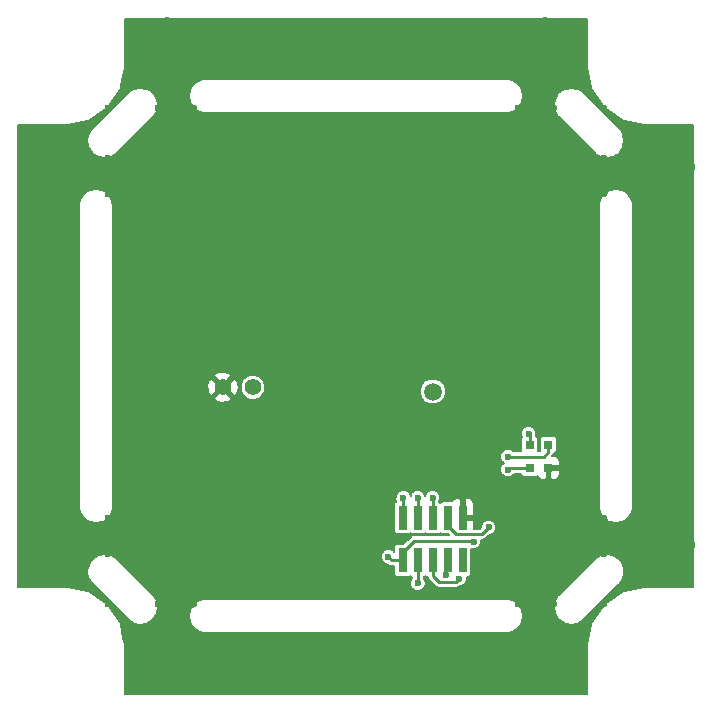
<source format=gtl>
G04 #@! TF.FileFunction,Copper,L1,Top,Signal*
%FSLAX46Y46*%
G04 Gerber Fmt 4.6, Leading zero omitted, Abs format (unit mm)*
G04 Created by KiCad (PCBNEW 4.0.7) date Tue Jun 12 13:47:43 2018*
%MOMM*%
%LPD*%
G01*
G04 APERTURE LIST*
%ADD10C,0.100000*%
%ADD11C,6.400000*%
%ADD12C,0.600000*%
%ADD13R,0.800000X0.800000*%
%ADD14R,0.750000X2.100000*%
%ADD15C,1.400000*%
%ADD16C,1.500000*%
%ADD17C,0.250000*%
%ADD18C,0.200000*%
G04 APERTURE END LIST*
D10*
D11*
X44500000Y44500000D03*
D12*
X46900000Y44500000D03*
X46197056Y42802944D03*
X44500000Y42100000D03*
X42802944Y42802944D03*
X42100000Y44500000D03*
X42802944Y46197056D03*
X44500000Y46900000D03*
X46197056Y46197056D03*
D11*
X44500000Y13500000D03*
D12*
X46900000Y13500000D03*
X46197056Y11802944D03*
X44500000Y11100000D03*
X42802944Y11802944D03*
X42100000Y13500000D03*
X42802944Y15197056D03*
X44500000Y15900000D03*
X46197056Y15197056D03*
D11*
X13500000Y13500000D03*
D12*
X15900000Y13500000D03*
X15197056Y11802944D03*
X13500000Y11100000D03*
X11802944Y11802944D03*
X11100000Y13500000D03*
X11802944Y15197056D03*
X13500000Y15900000D03*
X15197056Y15197056D03*
D11*
X13500000Y44500000D03*
D12*
X15900000Y44500000D03*
X15197056Y42802944D03*
X13500000Y42100000D03*
X11802944Y42802944D03*
X11100000Y44500000D03*
X11802944Y46197056D03*
X13500000Y46900000D03*
X15197056Y46197056D03*
D11*
X45000000Y3500000D03*
D12*
X47400000Y3500000D03*
X46697056Y1802944D03*
X45000000Y1100000D03*
X43302944Y1802944D03*
X42600000Y3500000D03*
X43302944Y5197056D03*
X45000000Y5900000D03*
X46697056Y5197056D03*
D11*
X13000000Y3500000D03*
D12*
X15400000Y3500000D03*
X14697056Y1802944D03*
X13000000Y1100000D03*
X11302944Y1802944D03*
X10600000Y3500000D03*
X11302944Y5197056D03*
X13000000Y5900000D03*
X14697056Y5197056D03*
D11*
X45000000Y54500000D03*
D12*
X45000000Y56900000D03*
X46697056Y56197056D03*
X47400000Y54500000D03*
X46697056Y52802944D03*
X45000000Y52100000D03*
X43302944Y52802944D03*
X42600000Y54500000D03*
X43302944Y56197056D03*
D11*
X13000000Y54500000D03*
D12*
X15400000Y54500000D03*
X14697056Y52802944D03*
X13000000Y52100000D03*
X11302944Y52802944D03*
X10600000Y54500000D03*
X11302944Y56197056D03*
X13000000Y56900000D03*
X14697056Y56197056D03*
D11*
X54500000Y13000000D03*
D12*
X56900000Y13000000D03*
X56197056Y11302944D03*
X54500000Y10600000D03*
X52802944Y11302944D03*
X52100000Y13000000D03*
X52802944Y14697056D03*
X54500000Y15400000D03*
X56197056Y14697056D03*
D11*
X54500000Y45000000D03*
D12*
X56900000Y45000000D03*
X56197056Y43302944D03*
X54500000Y42600000D03*
X52802944Y43302944D03*
X52100000Y45000000D03*
X52802944Y46697056D03*
X54500000Y47400000D03*
X56197056Y46697056D03*
D13*
X43700000Y21500000D03*
X45300000Y21500000D03*
X43700000Y19500000D03*
X45300000Y19500000D03*
D14*
X32960000Y15300000D03*
X32960000Y11700000D03*
X34230000Y15300000D03*
X34230000Y11700000D03*
X35500000Y15300000D03*
X35500000Y11700000D03*
X36770000Y15300000D03*
X36770000Y11700000D03*
X38040000Y15300000D03*
X38040000Y11700000D03*
D15*
X20280000Y26360000D03*
X17740000Y26360000D03*
D16*
X35500000Y26000000D03*
D11*
X3500000Y13000000D03*
D12*
X5900000Y13000000D03*
X5197056Y11302944D03*
X3500000Y10600000D03*
X1802944Y11302944D03*
X1100000Y13000000D03*
X1802944Y14697056D03*
X3500000Y15400000D03*
X5197056Y14697056D03*
D11*
X3500000Y45000000D03*
D12*
X5900000Y45000000D03*
X5197056Y43302944D03*
X3500000Y42600000D03*
X1802944Y43302944D03*
X1100000Y45000000D03*
X1802944Y46697056D03*
X3500000Y47400000D03*
X5197056Y46697056D03*
X32500000Y21250000D03*
X8000000Y50000000D03*
X50000000Y50000000D03*
X50000000Y8000000D03*
X8000000Y8000000D03*
X8000000Y12250000D03*
X8000000Y13250000D03*
X8000000Y14250000D03*
X8000000Y15250000D03*
X12250000Y8000000D03*
X13250000Y8000000D03*
X14250000Y8000000D03*
X15250000Y8000000D03*
X45750000Y8000000D03*
X44750000Y8000000D03*
X43750000Y8000000D03*
X42750000Y8000000D03*
X50000000Y12250000D03*
X50000000Y13250000D03*
X50000000Y14250000D03*
X50000000Y15250000D03*
X50000000Y45750000D03*
X50000000Y44750000D03*
X50000000Y43750000D03*
X50000000Y42750000D03*
X45750000Y50000000D03*
X44750000Y50000000D03*
X43750000Y50000000D03*
X42750000Y50000000D03*
X8000000Y45750000D03*
X8000000Y44750000D03*
X8000000Y43750000D03*
X8000000Y42750000D03*
X15250000Y50000000D03*
X14250000Y50000000D03*
X13250000Y50000000D03*
X12250000Y50000000D03*
X27750000Y22000000D03*
X38200022Y17250000D03*
X45000000Y18250000D03*
X34500000Y29250000D03*
X33250000Y31750000D03*
X23750000Y31250000D03*
X23250000Y28250000D03*
X38970465Y13299989D03*
X43624990Y22425242D03*
X31750004Y12000000D03*
X34250000Y9750000D03*
X41874990Y20462307D03*
X41874990Y19384884D03*
X33000000Y17000000D03*
X34250000Y17000000D03*
X35500000Y17000000D03*
X37750000Y10149998D03*
X40250000Y14500000D03*
X36646954Y10475009D03*
D17*
X3500000Y45000000D02*
X3500000Y45500000D01*
X3500000Y45500000D02*
X4572055Y46572055D01*
X4572055Y46572055D02*
X4572055Y46997057D01*
X4572055Y46997057D02*
X4897055Y47322057D01*
X4897055Y47322057D02*
X5322057Y47322057D01*
X5322057Y47322057D02*
X8000000Y50000000D01*
X45000000Y3500000D02*
X45500000Y3500000D01*
X46572055Y4572055D02*
X46997057Y4572055D01*
X45500000Y3500000D02*
X46572055Y4572055D01*
X46997057Y4572055D02*
X47322057Y4897055D01*
X47322057Y4897055D02*
X47322057Y5322057D01*
X47322057Y5322057D02*
X50000000Y8000000D01*
X8000000Y8000000D02*
X5322057Y10677943D01*
X5322057Y10677943D02*
X4897055Y10677943D01*
X4897055Y10677943D02*
X4572055Y11002943D01*
X4572055Y11002943D02*
X4572055Y11427945D01*
X4572055Y11427945D02*
X3500000Y12500000D01*
X3500000Y12500000D02*
X3500000Y13000000D01*
X8000000Y14250000D02*
X8000000Y13250000D01*
X3500000Y13000000D02*
X4125001Y13625001D01*
X4125001Y13625001D02*
X6375001Y13625001D01*
X6375001Y13625001D02*
X8000000Y15250000D01*
X14250000Y8000000D02*
X13250000Y8000000D01*
X13000000Y3500000D02*
X13625001Y4125001D01*
X13625001Y4125001D02*
X13625001Y6375001D01*
X13625001Y6375001D02*
X15250000Y8000000D01*
X43750000Y8000000D02*
X44750000Y8000000D01*
X45000000Y3500000D02*
X44374999Y4125001D01*
X44374999Y4125001D02*
X44374999Y6375001D01*
X44374999Y6375001D02*
X42750000Y8000000D01*
X50000000Y14250000D02*
X50000000Y13250000D01*
X54500000Y13000000D02*
X53874999Y13625001D01*
X53874999Y13625001D02*
X51624999Y13625001D01*
X51624999Y13625001D02*
X50000000Y15250000D01*
X50000000Y43750000D02*
X50000000Y44750000D01*
X54500000Y45000000D02*
X53874999Y44374999D01*
X53874999Y44374999D02*
X51624999Y44374999D01*
X51624999Y44374999D02*
X50000000Y42750000D01*
X43750000Y50000000D02*
X44750000Y50000000D01*
X45000000Y54500000D02*
X44374999Y53874999D01*
X44374999Y53874999D02*
X44374999Y51624999D01*
X44374999Y51624999D02*
X42750000Y50000000D01*
X8000000Y43750000D02*
X8000000Y44750000D01*
X3500000Y45000000D02*
X4125001Y44374999D01*
X6375001Y44374999D02*
X8000000Y42750000D01*
X4125001Y44374999D02*
X6375001Y44374999D01*
X14950001Y50299999D02*
X15250000Y50000000D01*
X13625001Y51624999D02*
X14950001Y50299999D01*
X13625001Y53874999D02*
X13625001Y51624999D01*
X13000000Y54500000D02*
X13625001Y53874999D01*
X13250000Y50000000D02*
X14250000Y50000000D01*
X38040000Y15300000D02*
X38040000Y17089978D01*
X38040000Y17089978D02*
X38200022Y17250000D01*
X45300000Y19500000D02*
X45300000Y18550000D01*
X45300000Y18550000D02*
X45000000Y18250000D01*
X32960000Y11700000D02*
X32960000Y12375000D01*
X32960000Y12375000D02*
X33956533Y13371533D01*
X33956533Y13371533D02*
X38878467Y13371533D01*
X38878467Y13371533D02*
X38970465Y13279535D01*
X38970465Y13279535D02*
X38970465Y13299989D01*
X43700000Y21500000D02*
X43700000Y22350232D01*
X43700000Y22350232D02*
X43624990Y22425242D01*
X32050003Y11700001D02*
X31750004Y12000000D01*
X32960000Y11700000D02*
X32050003Y11700001D01*
X34250000Y9750000D02*
X34250000Y11680000D01*
X34250000Y11680000D02*
X34230000Y11700000D01*
X44912307Y20462307D02*
X42299254Y20462307D01*
X45300000Y20850000D02*
X44912307Y20462307D01*
X45300000Y21500000D02*
X45300000Y20850000D01*
X42299254Y20462307D02*
X41874990Y20462307D01*
X43700000Y19500000D02*
X41990106Y19500000D01*
X41990106Y19500000D02*
X41874990Y19384884D01*
X33000000Y17000000D02*
X33000000Y15340000D01*
X33000000Y15340000D02*
X32960000Y15300000D01*
X34250000Y17000000D02*
X34250000Y15320000D01*
X34250000Y15320000D02*
X34230000Y15300000D01*
X35500000Y17000000D02*
X35500000Y15300000D01*
X36050001Y9849999D02*
X35500000Y10400000D01*
X35500000Y10400000D02*
X35500000Y11700000D01*
X37450001Y9849999D02*
X36050001Y9849999D01*
X37750000Y10149998D02*
X37450001Y9849999D01*
X39674999Y13924999D02*
X37470001Y13924999D01*
X40250000Y14500000D02*
X39674999Y13924999D01*
X36770000Y14625000D02*
X36770000Y15300000D01*
X37470001Y13924999D02*
X36770000Y14625000D01*
X36646954Y11576954D02*
X36646954Y10899273D01*
X36646954Y10899273D02*
X36646954Y10475009D01*
X36770000Y11700000D02*
X36646954Y11576954D01*
D18*
G36*
X48575000Y53500000D02*
X48583166Y53458947D01*
X48583166Y53417087D01*
X48925708Y51695013D01*
X48925708Y51695011D01*
X48989167Y51541808D01*
X49964644Y50081902D01*
X50081902Y49964644D01*
X51541807Y48989168D01*
X51541808Y48989167D01*
X51695012Y48925708D01*
X53417086Y48583166D01*
X53458947Y48583166D01*
X53500000Y48575000D01*
X57575000Y48575000D01*
X57575000Y9425000D01*
X53500000Y9425000D01*
X53458947Y9416834D01*
X53417086Y9416834D01*
X51695012Y9074292D01*
X51541808Y9010833D01*
X51541807Y9010832D01*
X50081902Y8035356D01*
X49964644Y7918098D01*
X48989167Y6458192D01*
X48928711Y6312237D01*
X48925708Y6304988D01*
X48583166Y4582913D01*
X48583166Y4541053D01*
X48575000Y4500000D01*
X48575000Y425000D01*
X9425000Y425000D01*
X9425000Y971274D01*
X12349888Y971274D01*
X12448636Y732286D01*
X12631324Y549278D01*
X12870140Y450113D01*
X13128726Y449888D01*
X13367714Y548636D01*
X13550722Y731324D01*
X13649887Y970140D01*
X13649887Y971274D01*
X44349888Y971274D01*
X44448636Y732286D01*
X44631324Y549278D01*
X44870140Y450113D01*
X45128726Y449888D01*
X45367714Y548636D01*
X45550722Y731324D01*
X45649887Y970140D01*
X45650112Y1228726D01*
X45551364Y1467714D01*
X45368676Y1650722D01*
X45312092Y1674218D01*
X46046944Y1674218D01*
X46145692Y1435230D01*
X46328380Y1252222D01*
X46567196Y1153057D01*
X46825782Y1152832D01*
X47064770Y1251580D01*
X47247778Y1434268D01*
X47346943Y1673084D01*
X47347168Y1931670D01*
X47248420Y2170658D01*
X47065732Y2353666D01*
X46826916Y2452831D01*
X46568330Y2453056D01*
X46329342Y2354308D01*
X46146334Y2171620D01*
X46047169Y1932804D01*
X46046944Y1674218D01*
X45312092Y1674218D01*
X45129860Y1749887D01*
X44871274Y1750112D01*
X44632286Y1651364D01*
X44449278Y1468676D01*
X44350113Y1229860D01*
X44349888Y971274D01*
X13649887Y971274D01*
X13650112Y1228726D01*
X13551364Y1467714D01*
X13368676Y1650722D01*
X13312092Y1674218D01*
X14046944Y1674218D01*
X14145692Y1435230D01*
X14328380Y1252222D01*
X14567196Y1153057D01*
X14825782Y1152832D01*
X15064770Y1251580D01*
X15247778Y1434268D01*
X15346943Y1673084D01*
X15346943Y1674218D01*
X42652832Y1674218D01*
X42751580Y1435230D01*
X42934268Y1252222D01*
X43173084Y1153057D01*
X43431670Y1152832D01*
X43670658Y1251580D01*
X43853666Y1434268D01*
X43952831Y1673084D01*
X43953056Y1931670D01*
X43854308Y2170658D01*
X43671620Y2353666D01*
X43432804Y2452831D01*
X43174218Y2453056D01*
X42935230Y2354308D01*
X42752222Y2171620D01*
X42653057Y1932804D01*
X42652832Y1674218D01*
X15346943Y1674218D01*
X15347168Y1931670D01*
X15248420Y2170658D01*
X15065732Y2353666D01*
X14826916Y2452831D01*
X14568330Y2453056D01*
X14329342Y2354308D01*
X14146334Y2171620D01*
X14047169Y1932804D01*
X14046944Y1674218D01*
X13312092Y1674218D01*
X13129860Y1749887D01*
X12871274Y1750112D01*
X12632286Y1651364D01*
X12449278Y1468676D01*
X12350113Y1229860D01*
X12349888Y971274D01*
X9425000Y971274D01*
X9425000Y1674218D01*
X10652832Y1674218D01*
X10751580Y1435230D01*
X10934268Y1252222D01*
X11173084Y1153057D01*
X11431670Y1152832D01*
X11670658Y1251580D01*
X11853666Y1434268D01*
X11952831Y1673084D01*
X11953056Y1931670D01*
X11854308Y2170658D01*
X11671620Y2353666D01*
X11432804Y2452831D01*
X11174218Y2453056D01*
X10935230Y2354308D01*
X10752222Y2171620D01*
X10653057Y1932804D01*
X10652832Y1674218D01*
X9425000Y1674218D01*
X9425000Y3371274D01*
X9949888Y3371274D01*
X10048636Y3132286D01*
X10231324Y2949278D01*
X10470140Y2850113D01*
X10728726Y2849888D01*
X10967714Y2948636D01*
X11150722Y3131324D01*
X11249887Y3370140D01*
X11249887Y3371274D01*
X14749888Y3371274D01*
X14848636Y3132286D01*
X15031324Y2949278D01*
X15270140Y2850113D01*
X15528726Y2849888D01*
X15767714Y2948636D01*
X15950722Y3131324D01*
X16049887Y3370140D01*
X16049887Y3371274D01*
X41949888Y3371274D01*
X42048636Y3132286D01*
X42231324Y2949278D01*
X42470140Y2850113D01*
X42728726Y2849888D01*
X42967714Y2948636D01*
X43150722Y3131324D01*
X43249887Y3370140D01*
X43249887Y3371274D01*
X46749888Y3371274D01*
X46848636Y3132286D01*
X47031324Y2949278D01*
X47270140Y2850113D01*
X47528726Y2849888D01*
X47767714Y2948636D01*
X47950722Y3131324D01*
X48049887Y3370140D01*
X48050112Y3628726D01*
X47951364Y3867714D01*
X47768676Y4050722D01*
X47529860Y4149887D01*
X47271274Y4150112D01*
X47032286Y4051364D01*
X46849278Y3868676D01*
X46750113Y3629860D01*
X46749888Y3371274D01*
X43249887Y3371274D01*
X43250112Y3628726D01*
X43151364Y3867714D01*
X42968676Y4050722D01*
X42729860Y4149887D01*
X42471274Y4150112D01*
X42232286Y4051364D01*
X42049278Y3868676D01*
X41950113Y3629860D01*
X41949888Y3371274D01*
X16049887Y3371274D01*
X16050112Y3628726D01*
X15951364Y3867714D01*
X15768676Y4050722D01*
X15529860Y4149887D01*
X15271274Y4150112D01*
X15032286Y4051364D01*
X14849278Y3868676D01*
X14750113Y3629860D01*
X14749888Y3371274D01*
X11249887Y3371274D01*
X11250112Y3628726D01*
X11151364Y3867714D01*
X10968676Y4050722D01*
X10729860Y4149887D01*
X10471274Y4150112D01*
X10232286Y4051364D01*
X10049278Y3868676D01*
X9950113Y3629860D01*
X9949888Y3371274D01*
X9425000Y3371274D01*
X9425000Y4500000D01*
X9416834Y4541053D01*
X9416834Y4582914D01*
X9320279Y5068330D01*
X10652832Y5068330D01*
X10751580Y4829342D01*
X10934268Y4646334D01*
X11173084Y4547169D01*
X11431670Y4546944D01*
X11670658Y4645692D01*
X11853666Y4828380D01*
X11952831Y5067196D01*
X11952831Y5068330D01*
X14046944Y5068330D01*
X14145692Y4829342D01*
X14328380Y4646334D01*
X14567196Y4547169D01*
X14825782Y4546944D01*
X15064770Y4645692D01*
X15247778Y4828380D01*
X15346943Y5067196D01*
X15346943Y5068330D01*
X42652832Y5068330D01*
X42751580Y4829342D01*
X42934268Y4646334D01*
X43173084Y4547169D01*
X43431670Y4546944D01*
X43670658Y4645692D01*
X43853666Y4828380D01*
X43952831Y5067196D01*
X43952831Y5068330D01*
X46046944Y5068330D01*
X46145692Y4829342D01*
X46328380Y4646334D01*
X46567196Y4547169D01*
X46825782Y4546944D01*
X47064770Y4645692D01*
X47247778Y4828380D01*
X47346943Y5067196D01*
X47347168Y5325782D01*
X47248420Y5564770D01*
X47065732Y5747778D01*
X46826916Y5846943D01*
X46568330Y5847168D01*
X46329342Y5748420D01*
X46146334Y5565732D01*
X46047169Y5326916D01*
X46046944Y5068330D01*
X43952831Y5068330D01*
X43953056Y5325782D01*
X43854308Y5564770D01*
X43671620Y5747778D01*
X43615036Y5771274D01*
X44349888Y5771274D01*
X44448636Y5532286D01*
X44631324Y5349278D01*
X44870140Y5250113D01*
X45128726Y5249888D01*
X45367714Y5348636D01*
X45550722Y5531324D01*
X45649887Y5770140D01*
X45650112Y6028726D01*
X45551364Y6267714D01*
X45368676Y6450722D01*
X45129860Y6549887D01*
X44871274Y6550112D01*
X44632286Y6451364D01*
X44449278Y6268676D01*
X44350113Y6029860D01*
X44349888Y5771274D01*
X43615036Y5771274D01*
X43432804Y5846943D01*
X43174218Y5847168D01*
X42935230Y5748420D01*
X42752222Y5565732D01*
X42653057Y5326916D01*
X42652832Y5068330D01*
X15346943Y5068330D01*
X15347168Y5325782D01*
X15248420Y5564770D01*
X15065732Y5747778D01*
X14826916Y5846943D01*
X14568330Y5847168D01*
X14329342Y5748420D01*
X14146334Y5565732D01*
X14047169Y5326916D01*
X14046944Y5068330D01*
X11952831Y5068330D01*
X11953056Y5325782D01*
X11854308Y5564770D01*
X11671620Y5747778D01*
X11615036Y5771274D01*
X12349888Y5771274D01*
X12448636Y5532286D01*
X12631324Y5349278D01*
X12870140Y5250113D01*
X13128726Y5249888D01*
X13367714Y5348636D01*
X13550722Y5531324D01*
X13649887Y5770140D01*
X13650112Y6028726D01*
X13551364Y6267714D01*
X13368676Y6450722D01*
X13129860Y6549887D01*
X12871274Y6550112D01*
X12632286Y6451364D01*
X12449278Y6268676D01*
X12350113Y6029860D01*
X12349888Y5771274D01*
X11615036Y5771274D01*
X11432804Y5846943D01*
X11174218Y5847168D01*
X10935230Y5748420D01*
X10752222Y5565732D01*
X10653057Y5326916D01*
X10652832Y5068330D01*
X9320279Y5068330D01*
X9074292Y6304988D01*
X9010833Y6458192D01*
X9010832Y6458193D01*
X8035356Y7918098D01*
X7918098Y8035356D01*
X6458192Y9010833D01*
X6304989Y9074292D01*
X6304988Y9074292D01*
X4582913Y9416834D01*
X4541053Y9416834D01*
X4500000Y9425000D01*
X425000Y9425000D01*
X425000Y10471274D01*
X2849888Y10471274D01*
X2948636Y10232286D01*
X3131324Y10049278D01*
X3370140Y9950113D01*
X3628726Y9949888D01*
X3867714Y10048636D01*
X4050722Y10231324D01*
X4149887Y10470140D01*
X4150112Y10728726D01*
X4051364Y10967714D01*
X3868676Y11150722D01*
X3812092Y11174218D01*
X4546944Y11174218D01*
X4645692Y10935230D01*
X4828380Y10752222D01*
X5067196Y10653057D01*
X5325782Y10652832D01*
X5564770Y10751580D01*
X5646245Y10832913D01*
X6272506Y10832913D01*
X6272506Y10667087D01*
X6353244Y10261190D01*
X6353244Y10261189D01*
X6416703Y10107986D01*
X6646625Y9763883D01*
X6676225Y9734283D01*
X6699480Y9699480D01*
X9699480Y6699479D01*
X9734285Y6676223D01*
X9763883Y6646625D01*
X10107986Y6416703D01*
X10261189Y6353244D01*
X10261190Y6353244D01*
X10667087Y6272506D01*
X10832913Y6272506D01*
X11238810Y6353244D01*
X11238811Y6353244D01*
X11392014Y6416703D01*
X11736117Y6646625D01*
X11853375Y6763883D01*
X12066544Y7082914D01*
X14833166Y7082914D01*
X14833166Y6917087D01*
X14909286Y6534404D01*
X14909286Y6534403D01*
X14972745Y6381200D01*
X15189518Y6056776D01*
X15306776Y5939518D01*
X15631197Y5722748D01*
X15631200Y5722745D01*
X15739531Y5677873D01*
X15784403Y5659286D01*
X15784404Y5659286D01*
X16167087Y5583166D01*
X16208947Y5583166D01*
X16250000Y5575000D01*
X41750000Y5575000D01*
X41791053Y5583166D01*
X41832913Y5583166D01*
X42215596Y5659286D01*
X42215597Y5659286D01*
X42368800Y5722745D01*
X42693224Y5939518D01*
X42810482Y6056776D01*
X43027252Y6381197D01*
X43027255Y6381200D01*
X43090714Y6534404D01*
X43166834Y6917087D01*
X43166834Y7082914D01*
X43090714Y7465596D01*
X43027255Y7618800D01*
X43027252Y7618803D01*
X42884190Y7832913D01*
X45772506Y7832913D01*
X45772506Y7667087D01*
X45853244Y7261190D01*
X45853244Y7261189D01*
X45916703Y7107986D01*
X46146625Y6763883D01*
X46263883Y6646625D01*
X46607986Y6416703D01*
X46761189Y6353244D01*
X46761190Y6353244D01*
X47167087Y6272506D01*
X47332913Y6272506D01*
X47738810Y6353244D01*
X47738811Y6353244D01*
X47892014Y6416703D01*
X48236117Y6646625D01*
X48265717Y6676225D01*
X48300520Y6699480D01*
X51300521Y9699480D01*
X51323777Y9734285D01*
X51353375Y9763883D01*
X51583297Y10107986D01*
X51646756Y10261189D01*
X51646756Y10261190D01*
X51688544Y10471274D01*
X53849888Y10471274D01*
X53948636Y10232286D01*
X54131324Y10049278D01*
X54370140Y9950113D01*
X54628726Y9949888D01*
X54867714Y10048636D01*
X55050722Y10231324D01*
X55149887Y10470140D01*
X55150112Y10728726D01*
X55051364Y10967714D01*
X54868676Y11150722D01*
X54812092Y11174218D01*
X55546944Y11174218D01*
X55645692Y10935230D01*
X55828380Y10752222D01*
X56067196Y10653057D01*
X56325782Y10652832D01*
X56564770Y10751580D01*
X56747778Y10934268D01*
X56846943Y11173084D01*
X56847168Y11431670D01*
X56748420Y11670658D01*
X56565732Y11853666D01*
X56326916Y11952831D01*
X56068330Y11953056D01*
X55829342Y11854308D01*
X55646334Y11671620D01*
X55547169Y11432804D01*
X55546944Y11174218D01*
X54812092Y11174218D01*
X54629860Y11249887D01*
X54371274Y11250112D01*
X54132286Y11151364D01*
X53949278Y10968676D01*
X53850113Y10729860D01*
X53849888Y10471274D01*
X51688544Y10471274D01*
X51727494Y10667087D01*
X51727494Y10832913D01*
X51659605Y11174218D01*
X52152832Y11174218D01*
X52251580Y10935230D01*
X52434268Y10752222D01*
X52673084Y10653057D01*
X52931670Y10652832D01*
X53170658Y10751580D01*
X53353666Y10934268D01*
X53452831Y11173084D01*
X53453056Y11431670D01*
X53354308Y11670658D01*
X53171620Y11853666D01*
X52932804Y11952831D01*
X52674218Y11953056D01*
X52435230Y11854308D01*
X52252222Y11671620D01*
X52153057Y11432804D01*
X52152832Y11174218D01*
X51659605Y11174218D01*
X51646756Y11238810D01*
X51637500Y11261158D01*
X51583297Y11392014D01*
X51353375Y11736117D01*
X51236117Y11853375D01*
X50892014Y12083297D01*
X50738811Y12146756D01*
X50738810Y12146756D01*
X50332913Y12227494D01*
X50167087Y12227494D01*
X49761190Y12146756D01*
X49607986Y12083297D01*
X49263883Y11853375D01*
X49234285Y11823777D01*
X49199480Y11800521D01*
X46199480Y8800520D01*
X46176225Y8765717D01*
X46146625Y8736117D01*
X45916703Y8392014D01*
X45863630Y8263883D01*
X45853244Y8238810D01*
X45772506Y7832913D01*
X42884190Y7832913D01*
X42810482Y7943224D01*
X42693224Y8060482D01*
X42368800Y8277255D01*
X42215597Y8340714D01*
X42215596Y8340714D01*
X41832913Y8416834D01*
X41791053Y8416834D01*
X41750000Y8425000D01*
X16250000Y8425000D01*
X16208947Y8416834D01*
X16167087Y8416834D01*
X15784404Y8340714D01*
X15739531Y8322127D01*
X15631200Y8277255D01*
X15631197Y8277252D01*
X15306776Y8060482D01*
X15189518Y7943224D01*
X14972745Y7618800D01*
X14929287Y7513883D01*
X14909286Y7465596D01*
X14833166Y7082914D01*
X12066544Y7082914D01*
X12083297Y7107986D01*
X12146756Y7261189D01*
X12146756Y7261190D01*
X12227494Y7667087D01*
X12227494Y7832913D01*
X12146756Y8238810D01*
X12136371Y8263883D01*
X12083297Y8392014D01*
X11853375Y8736117D01*
X11823777Y8765715D01*
X11800521Y8800520D01*
X9629767Y10971274D01*
X12849888Y10971274D01*
X12948636Y10732286D01*
X13131324Y10549278D01*
X13370140Y10450113D01*
X13628726Y10449888D01*
X13867714Y10548636D01*
X14050722Y10731324D01*
X14149887Y10970140D01*
X14150112Y11228726D01*
X14051364Y11467714D01*
X13868676Y11650722D01*
X13812092Y11674218D01*
X14546944Y11674218D01*
X14645692Y11435230D01*
X14828380Y11252222D01*
X15067196Y11153057D01*
X15325782Y11152832D01*
X15564770Y11251580D01*
X15747778Y11434268D01*
X15846943Y11673084D01*
X15847115Y11871274D01*
X31099892Y11871274D01*
X31198640Y11632286D01*
X31381328Y11449278D01*
X31620144Y11350113D01*
X31735247Y11350013D01*
X31868228Y11261158D01*
X31904386Y11253966D01*
X32050003Y11225000D01*
X32050008Y11225001D01*
X32228144Y11225001D01*
X32228144Y10650000D01*
X32252549Y10520298D01*
X32329203Y10401175D01*
X32446163Y10321259D01*
X32585000Y10293144D01*
X33335000Y10293144D01*
X33464702Y10317549D01*
X33583825Y10394203D01*
X33594055Y10409175D01*
X33599203Y10401175D01*
X33716163Y10321259D01*
X33775000Y10309344D01*
X33775000Y10194266D01*
X33699278Y10118676D01*
X33600113Y9879860D01*
X33599888Y9621274D01*
X33698636Y9382286D01*
X33881324Y9199278D01*
X34120140Y9100113D01*
X34378726Y9099888D01*
X34617714Y9198636D01*
X34800722Y9381324D01*
X34899887Y9620140D01*
X34900112Y9878726D01*
X34801364Y10117714D01*
X34725000Y10194212D01*
X34725000Y10315723D01*
X34734702Y10317549D01*
X34853825Y10394203D01*
X34864055Y10409175D01*
X34869203Y10401175D01*
X34986163Y10321259D01*
X35042950Y10309759D01*
X35061157Y10218225D01*
X35164124Y10064124D01*
X35714125Y9514123D01*
X35868226Y9411156D01*
X36050001Y9374999D01*
X37450001Y9374999D01*
X37631776Y9411156D01*
X37764718Y9499985D01*
X37878726Y9499886D01*
X38117714Y9598634D01*
X38300722Y9781322D01*
X38399887Y10020138D01*
X38400112Y10278724D01*
X38394154Y10293144D01*
X38415000Y10293144D01*
X38544702Y10317549D01*
X38663825Y10394203D01*
X38743741Y10511163D01*
X38771856Y10650000D01*
X38771856Y10971274D01*
X43849888Y10971274D01*
X43948636Y10732286D01*
X44131324Y10549278D01*
X44370140Y10450113D01*
X44628726Y10449888D01*
X44867714Y10548636D01*
X45050722Y10731324D01*
X45149887Y10970140D01*
X45150112Y11228726D01*
X45051364Y11467714D01*
X44868676Y11650722D01*
X44812092Y11674218D01*
X45546944Y11674218D01*
X45645692Y11435230D01*
X45828380Y11252222D01*
X46067196Y11153057D01*
X46325782Y11152832D01*
X46564770Y11251580D01*
X46747778Y11434268D01*
X46846943Y11673084D01*
X46847168Y11931670D01*
X46748420Y12170658D01*
X46565732Y12353666D01*
X46326916Y12452831D01*
X46068330Y12453056D01*
X45829342Y12354308D01*
X45646334Y12171620D01*
X45547169Y11932804D01*
X45546944Y11674218D01*
X44812092Y11674218D01*
X44629860Y11749887D01*
X44371274Y11750112D01*
X44132286Y11651364D01*
X43949278Y11468676D01*
X43850113Y11229860D01*
X43849888Y10971274D01*
X38771856Y10971274D01*
X38771856Y11674218D01*
X42152832Y11674218D01*
X42251580Y11435230D01*
X42434268Y11252222D01*
X42673084Y11153057D01*
X42931670Y11152832D01*
X43170658Y11251580D01*
X43353666Y11434268D01*
X43452831Y11673084D01*
X43453056Y11931670D01*
X43354308Y12170658D01*
X43171620Y12353666D01*
X42932804Y12452831D01*
X42674218Y12453056D01*
X42435230Y12354308D01*
X42252222Y12171620D01*
X42153057Y11932804D01*
X42152832Y11674218D01*
X38771856Y11674218D01*
X38771856Y12678649D01*
X38840605Y12650102D01*
X39099191Y12649877D01*
X39338179Y12748625D01*
X39521187Y12931313D01*
X39620352Y13170129D01*
X39620527Y13371274D01*
X41449888Y13371274D01*
X41548636Y13132286D01*
X41731324Y12949278D01*
X41970140Y12850113D01*
X42228726Y12849888D01*
X42467714Y12948636D01*
X42650722Y13131324D01*
X42749887Y13370140D01*
X42749887Y13371274D01*
X46249888Y13371274D01*
X46348636Y13132286D01*
X46531324Y12949278D01*
X46770140Y12850113D01*
X47028726Y12849888D01*
X47080483Y12871274D01*
X51449888Y12871274D01*
X51548636Y12632286D01*
X51731324Y12449278D01*
X51970140Y12350113D01*
X52228726Y12349888D01*
X52467714Y12448636D01*
X52650722Y12631324D01*
X52749887Y12870140D01*
X52749887Y12871274D01*
X56249888Y12871274D01*
X56348636Y12632286D01*
X56531324Y12449278D01*
X56770140Y12350113D01*
X57028726Y12349888D01*
X57267714Y12448636D01*
X57450722Y12631324D01*
X57549887Y12870140D01*
X57550112Y13128726D01*
X57451364Y13367714D01*
X57268676Y13550722D01*
X57029860Y13649887D01*
X56771274Y13650112D01*
X56532286Y13551364D01*
X56349278Y13368676D01*
X56250113Y13129860D01*
X56249888Y12871274D01*
X52749887Y12871274D01*
X52750112Y13128726D01*
X52651364Y13367714D01*
X52468676Y13550722D01*
X52229860Y13649887D01*
X51971274Y13650112D01*
X51732286Y13551364D01*
X51549278Y13368676D01*
X51450113Y13129860D01*
X51449888Y12871274D01*
X47080483Y12871274D01*
X47267714Y12948636D01*
X47450722Y13131324D01*
X47549887Y13370140D01*
X47550112Y13628726D01*
X47451364Y13867714D01*
X47268676Y14050722D01*
X47029860Y14149887D01*
X46771274Y14150112D01*
X46532286Y14051364D01*
X46349278Y13868676D01*
X46250113Y13629860D01*
X46249888Y13371274D01*
X42749887Y13371274D01*
X42750112Y13628726D01*
X42651364Y13867714D01*
X42468676Y14050722D01*
X42229860Y14149887D01*
X41971274Y14150112D01*
X41732286Y14051364D01*
X41549278Y13868676D01*
X41450113Y13629860D01*
X41449888Y13371274D01*
X39620527Y13371274D01*
X39620577Y13428715D01*
X39611783Y13449999D01*
X39674999Y13449999D01*
X39856774Y13486156D01*
X40010875Y13589123D01*
X40271733Y13849981D01*
X40378726Y13849888D01*
X40617714Y13948636D01*
X40800722Y14131324D01*
X40899887Y14370140D01*
X40900112Y14628726D01*
X40801364Y14867714D01*
X40618676Y15050722D01*
X40576272Y15068330D01*
X42152832Y15068330D01*
X42251580Y14829342D01*
X42434268Y14646334D01*
X42673084Y14547169D01*
X42931670Y14546944D01*
X43170658Y14645692D01*
X43353666Y14828380D01*
X43452831Y15067196D01*
X43452831Y15068330D01*
X45546944Y15068330D01*
X45645692Y14829342D01*
X45828380Y14646334D01*
X46067196Y14547169D01*
X46325782Y14546944D01*
X46377539Y14568330D01*
X52152832Y14568330D01*
X52251580Y14329342D01*
X52434268Y14146334D01*
X52673084Y14047169D01*
X52931670Y14046944D01*
X53170658Y14145692D01*
X53353666Y14328380D01*
X53452831Y14567196D01*
X53452831Y14568330D01*
X55546944Y14568330D01*
X55645692Y14329342D01*
X55828380Y14146334D01*
X56067196Y14047169D01*
X56325782Y14046944D01*
X56564770Y14145692D01*
X56747778Y14328380D01*
X56846943Y14567196D01*
X56847168Y14825782D01*
X56748420Y15064770D01*
X56565732Y15247778D01*
X56326916Y15346943D01*
X56068330Y15347168D01*
X55829342Y15248420D01*
X55646334Y15065732D01*
X55547169Y14826916D01*
X55546944Y14568330D01*
X53452831Y14568330D01*
X53453056Y14825782D01*
X53354308Y15064770D01*
X53171620Y15247778D01*
X53115036Y15271274D01*
X53849888Y15271274D01*
X53948636Y15032286D01*
X54131324Y14849278D01*
X54370140Y14750113D01*
X54628726Y14749888D01*
X54867714Y14848636D01*
X55050722Y15031324D01*
X55149887Y15270140D01*
X55150112Y15528726D01*
X55051364Y15767714D01*
X54868676Y15950722D01*
X54629860Y16049887D01*
X54371274Y16050112D01*
X54132286Y15951364D01*
X53949278Y15768676D01*
X53850113Y15529860D01*
X53849888Y15271274D01*
X53115036Y15271274D01*
X52932804Y15346943D01*
X52674218Y15347168D01*
X52435230Y15248420D01*
X52252222Y15065732D01*
X52153057Y14826916D01*
X52152832Y14568330D01*
X46377539Y14568330D01*
X46564770Y14645692D01*
X46747778Y14828380D01*
X46846943Y15067196D01*
X46847168Y15325782D01*
X46748420Y15564770D01*
X46565732Y15747778D01*
X46326916Y15846943D01*
X46068330Y15847168D01*
X45829342Y15748420D01*
X45646334Y15565732D01*
X45547169Y15326916D01*
X45546944Y15068330D01*
X43452831Y15068330D01*
X43453056Y15325782D01*
X43354308Y15564770D01*
X43171620Y15747778D01*
X43115036Y15771274D01*
X43849888Y15771274D01*
X43948636Y15532286D01*
X44131324Y15349278D01*
X44370140Y15250113D01*
X44628726Y15249888D01*
X44867714Y15348636D01*
X45050722Y15531324D01*
X45149887Y15770140D01*
X45150112Y16028726D01*
X45051364Y16267714D01*
X44868676Y16450722D01*
X44629860Y16549887D01*
X44371274Y16550112D01*
X44132286Y16451364D01*
X43949278Y16268676D01*
X43850113Y16029860D01*
X43849888Y15771274D01*
X43115036Y15771274D01*
X42932804Y15846943D01*
X42674218Y15847168D01*
X42435230Y15748420D01*
X42252222Y15565732D01*
X42153057Y15326916D01*
X42152832Y15068330D01*
X40576272Y15068330D01*
X40379860Y15149887D01*
X40121274Y15150112D01*
X39882286Y15051364D01*
X39699278Y14868676D01*
X39600113Y14629860D01*
X39600019Y14521771D01*
X39478247Y14399999D01*
X39023000Y14399999D01*
X39023000Y14994000D01*
X38871000Y15146000D01*
X38194000Y15146000D01*
X38194000Y15126000D01*
X37886000Y15126000D01*
X37886000Y15146000D01*
X37866000Y15146000D01*
X37866000Y15454000D01*
X37886000Y15454000D01*
X37886000Y16806000D01*
X38194000Y16806000D01*
X38194000Y15454000D01*
X38871000Y15454000D01*
X39023000Y15606000D01*
X39023000Y16470939D01*
X38930437Y16694405D01*
X38759404Y16865438D01*
X38535938Y16958000D01*
X38346000Y16958000D01*
X38194000Y16806000D01*
X37886000Y16806000D01*
X37734000Y16958000D01*
X37544062Y16958000D01*
X37320596Y16865438D01*
X37159149Y16703991D01*
X37145000Y16706856D01*
X36395000Y16706856D01*
X36265298Y16682451D01*
X36146175Y16605797D01*
X36135945Y16590825D01*
X36130797Y16598825D01*
X36057908Y16648629D01*
X36149887Y16870140D01*
X36150112Y17128726D01*
X36051364Y17367714D01*
X35868676Y17550722D01*
X35629860Y17649887D01*
X35371274Y17650112D01*
X35132286Y17551364D01*
X34949278Y17368676D01*
X34874939Y17189648D01*
X34801364Y17367714D01*
X34618676Y17550722D01*
X34379860Y17649887D01*
X34121274Y17650112D01*
X33882286Y17551364D01*
X33699278Y17368676D01*
X33624939Y17189648D01*
X33551364Y17367714D01*
X33368676Y17550722D01*
X33129860Y17649887D01*
X32871274Y17650112D01*
X32632286Y17551364D01*
X32449278Y17368676D01*
X32350113Y17129860D01*
X32349888Y16871274D01*
X32433661Y16668528D01*
X32336175Y16605797D01*
X32256259Y16488837D01*
X32228144Y16350000D01*
X32228144Y14250000D01*
X32252549Y14120298D01*
X32329203Y14001175D01*
X32446163Y13921259D01*
X32585000Y13893144D01*
X33335000Y13893144D01*
X33464702Y13917549D01*
X33583825Y13994203D01*
X33594055Y14009175D01*
X33599203Y14001175D01*
X33716163Y13921259D01*
X33855000Y13893144D01*
X34605000Y13893144D01*
X34734702Y13917549D01*
X34853825Y13994203D01*
X34864055Y14009175D01*
X34869203Y14001175D01*
X34986163Y13921259D01*
X35125000Y13893144D01*
X35875000Y13893144D01*
X36004702Y13917549D01*
X36123825Y13994203D01*
X36134055Y14009175D01*
X36139203Y14001175D01*
X36256163Y13921259D01*
X36395000Y13893144D01*
X36830104Y13893144D01*
X36876715Y13846533D01*
X33956533Y13846533D01*
X33774758Y13810376D01*
X33620657Y13707409D01*
X33620655Y13707406D01*
X33020104Y13106856D01*
X32585000Y13106856D01*
X32455298Y13082451D01*
X32336175Y13005797D01*
X32256259Y12888837D01*
X32228144Y12750000D01*
X32228144Y12441066D01*
X32118680Y12550722D01*
X31879864Y12649887D01*
X31621278Y12650112D01*
X31382290Y12551364D01*
X31199282Y12368676D01*
X31100117Y12129860D01*
X31099892Y11871274D01*
X15847115Y11871274D01*
X15847168Y11931670D01*
X15748420Y12170658D01*
X15565732Y12353666D01*
X15326916Y12452831D01*
X15068330Y12453056D01*
X14829342Y12354308D01*
X14646334Y12171620D01*
X14547169Y11932804D01*
X14546944Y11674218D01*
X13812092Y11674218D01*
X13629860Y11749887D01*
X13371274Y11750112D01*
X13132286Y11651364D01*
X12949278Y11468676D01*
X12850113Y11229860D01*
X12849888Y10971274D01*
X9629767Y10971274D01*
X8926823Y11674218D01*
X11152832Y11674218D01*
X11251580Y11435230D01*
X11434268Y11252222D01*
X11673084Y11153057D01*
X11931670Y11152832D01*
X12170658Y11251580D01*
X12353666Y11434268D01*
X12452831Y11673084D01*
X12453056Y11931670D01*
X12354308Y12170658D01*
X12171620Y12353666D01*
X11932804Y12452831D01*
X11674218Y12453056D01*
X11435230Y12354308D01*
X11252222Y12171620D01*
X11153057Y11932804D01*
X11152832Y11674218D01*
X8926823Y11674218D01*
X8800520Y11800520D01*
X8765717Y11823775D01*
X8736117Y11853375D01*
X8392014Y12083297D01*
X8238811Y12146756D01*
X8238810Y12146756D01*
X7832913Y12227494D01*
X7667087Y12227494D01*
X7261190Y12146756D01*
X7107986Y12083297D01*
X6763883Y11853375D01*
X6646625Y11736117D01*
X6416703Y11392014D01*
X6362501Y11261158D01*
X6353244Y11238810D01*
X6272506Y10832913D01*
X5646245Y10832913D01*
X5747778Y10934268D01*
X5846943Y11173084D01*
X5847168Y11431670D01*
X5748420Y11670658D01*
X5565732Y11853666D01*
X5326916Y11952831D01*
X5068330Y11953056D01*
X4829342Y11854308D01*
X4646334Y11671620D01*
X4547169Y11432804D01*
X4546944Y11174218D01*
X3812092Y11174218D01*
X3629860Y11249887D01*
X3371274Y11250112D01*
X3132286Y11151364D01*
X2949278Y10968676D01*
X2850113Y10729860D01*
X2849888Y10471274D01*
X425000Y10471274D01*
X425000Y11174218D01*
X1152832Y11174218D01*
X1251580Y10935230D01*
X1434268Y10752222D01*
X1673084Y10653057D01*
X1931670Y10652832D01*
X2170658Y10751580D01*
X2353666Y10934268D01*
X2452831Y11173084D01*
X2453056Y11431670D01*
X2354308Y11670658D01*
X2171620Y11853666D01*
X1932804Y11952831D01*
X1674218Y11953056D01*
X1435230Y11854308D01*
X1252222Y11671620D01*
X1153057Y11432804D01*
X1152832Y11174218D01*
X425000Y11174218D01*
X425000Y12871274D01*
X449888Y12871274D01*
X548636Y12632286D01*
X731324Y12449278D01*
X970140Y12350113D01*
X1228726Y12349888D01*
X1467714Y12448636D01*
X1650722Y12631324D01*
X1749887Y12870140D01*
X1749887Y12871274D01*
X5249888Y12871274D01*
X5348636Y12632286D01*
X5531324Y12449278D01*
X5770140Y12350113D01*
X6028726Y12349888D01*
X6267714Y12448636D01*
X6450722Y12631324D01*
X6549887Y12870140D01*
X6550112Y13128726D01*
X6451364Y13367714D01*
X6447811Y13371274D01*
X10449888Y13371274D01*
X10548636Y13132286D01*
X10731324Y12949278D01*
X10970140Y12850113D01*
X11228726Y12849888D01*
X11467714Y12948636D01*
X11650722Y13131324D01*
X11749887Y13370140D01*
X11749887Y13371274D01*
X15249888Y13371274D01*
X15348636Y13132286D01*
X15531324Y12949278D01*
X15770140Y12850113D01*
X16028726Y12849888D01*
X16267714Y12948636D01*
X16450722Y13131324D01*
X16549887Y13370140D01*
X16550112Y13628726D01*
X16451364Y13867714D01*
X16268676Y14050722D01*
X16029860Y14149887D01*
X15771274Y14150112D01*
X15532286Y14051364D01*
X15349278Y13868676D01*
X15250113Y13629860D01*
X15249888Y13371274D01*
X11749887Y13371274D01*
X11750112Y13628726D01*
X11651364Y13867714D01*
X11468676Y14050722D01*
X11229860Y14149887D01*
X10971274Y14150112D01*
X10732286Y14051364D01*
X10549278Y13868676D01*
X10450113Y13629860D01*
X10449888Y13371274D01*
X6447811Y13371274D01*
X6268676Y13550722D01*
X6029860Y13649887D01*
X5771274Y13650112D01*
X5532286Y13551364D01*
X5349278Y13368676D01*
X5250113Y13129860D01*
X5249888Y12871274D01*
X1749887Y12871274D01*
X1750112Y13128726D01*
X1651364Y13367714D01*
X1468676Y13550722D01*
X1229860Y13649887D01*
X971274Y13650112D01*
X732286Y13551364D01*
X549278Y13368676D01*
X450113Y13129860D01*
X449888Y12871274D01*
X425000Y12871274D01*
X425000Y14568330D01*
X1152832Y14568330D01*
X1251580Y14329342D01*
X1434268Y14146334D01*
X1673084Y14047169D01*
X1931670Y14046944D01*
X2170658Y14145692D01*
X2353666Y14328380D01*
X2452831Y14567196D01*
X2452831Y14568330D01*
X4546944Y14568330D01*
X4645692Y14329342D01*
X4828380Y14146334D01*
X5067196Y14047169D01*
X5325782Y14046944D01*
X5564770Y14145692D01*
X5747778Y14328380D01*
X5846943Y14567196D01*
X5847168Y14825782D01*
X5748420Y15064770D01*
X5565732Y15247778D01*
X5326916Y15346943D01*
X5068330Y15347168D01*
X4829342Y15248420D01*
X4646334Y15065732D01*
X4547169Y14826916D01*
X4546944Y14568330D01*
X2452831Y14568330D01*
X2453056Y14825782D01*
X2354308Y15064770D01*
X2171620Y15247778D01*
X2115036Y15271274D01*
X2849888Y15271274D01*
X2948636Y15032286D01*
X3131324Y14849278D01*
X3370140Y14750113D01*
X3628726Y14749888D01*
X3867714Y14848636D01*
X4050722Y15031324D01*
X4149887Y15270140D01*
X4150112Y15528726D01*
X4051364Y15767714D01*
X3868676Y15950722D01*
X3629860Y16049887D01*
X3371274Y16050112D01*
X3132286Y15951364D01*
X2949278Y15768676D01*
X2850113Y15529860D01*
X2849888Y15271274D01*
X2115036Y15271274D01*
X1932804Y15346943D01*
X1674218Y15347168D01*
X1435230Y15248420D01*
X1252222Y15065732D01*
X1153057Y14826916D01*
X1152832Y14568330D01*
X425000Y14568330D01*
X425000Y41750000D01*
X5575000Y41750000D01*
X5575000Y16250000D01*
X5583166Y16208947D01*
X5583166Y16167087D01*
X5659286Y15784404D01*
X5659286Y15784403D01*
X5722745Y15631200D01*
X5939518Y15306776D01*
X6056776Y15189518D01*
X6381197Y14972748D01*
X6381200Y14972745D01*
X6463047Y14938843D01*
X6534403Y14909286D01*
X6534404Y14909286D01*
X6917087Y14833166D01*
X7082913Y14833166D01*
X7465596Y14909286D01*
X7465597Y14909286D01*
X7618800Y14972745D01*
X7761853Y15068330D01*
X11152832Y15068330D01*
X11251580Y14829342D01*
X11434268Y14646334D01*
X11673084Y14547169D01*
X11931670Y14546944D01*
X12170658Y14645692D01*
X12353666Y14828380D01*
X12452831Y15067196D01*
X12452831Y15068330D01*
X14546944Y15068330D01*
X14645692Y14829342D01*
X14828380Y14646334D01*
X15067196Y14547169D01*
X15325782Y14546944D01*
X15564770Y14645692D01*
X15747778Y14828380D01*
X15846943Y15067196D01*
X15847168Y15325782D01*
X15748420Y15564770D01*
X15565732Y15747778D01*
X15326916Y15846943D01*
X15068330Y15847168D01*
X14829342Y15748420D01*
X14646334Y15565732D01*
X14547169Y15326916D01*
X14546944Y15068330D01*
X12452831Y15068330D01*
X12453056Y15325782D01*
X12354308Y15564770D01*
X12171620Y15747778D01*
X12115036Y15771274D01*
X12849888Y15771274D01*
X12948636Y15532286D01*
X13131324Y15349278D01*
X13370140Y15250113D01*
X13628726Y15249888D01*
X13867714Y15348636D01*
X14050722Y15531324D01*
X14149887Y15770140D01*
X14150112Y16028726D01*
X14051364Y16267714D01*
X13868676Y16450722D01*
X13629860Y16549887D01*
X13371274Y16550112D01*
X13132286Y16451364D01*
X12949278Y16268676D01*
X12850113Y16029860D01*
X12849888Y15771274D01*
X12115036Y15771274D01*
X11932804Y15846943D01*
X11674218Y15847168D01*
X11435230Y15748420D01*
X11252222Y15565732D01*
X11153057Y15326916D01*
X11152832Y15068330D01*
X7761853Y15068330D01*
X7943224Y15189518D01*
X8060482Y15306776D01*
X8277252Y15631197D01*
X8277255Y15631200D01*
X8333801Y15767714D01*
X8340714Y15784403D01*
X8340714Y15784404D01*
X8416834Y16167087D01*
X8416834Y16208947D01*
X8425000Y16250000D01*
X8425000Y20333581D01*
X41224878Y20333581D01*
X41323626Y20094593D01*
X41494463Y19923457D01*
X41324268Y19753560D01*
X41225103Y19514744D01*
X41224878Y19256158D01*
X41323626Y19017170D01*
X41506314Y18834162D01*
X41745130Y18734997D01*
X42003716Y18734772D01*
X42242704Y18833520D01*
X42425712Y19016208D01*
X42429363Y19025000D01*
X42957256Y19025000D01*
X42967549Y18970298D01*
X43044203Y18851175D01*
X43161163Y18771259D01*
X43300000Y18743144D01*
X44100000Y18743144D01*
X44229702Y18767549D01*
X44348063Y18843713D01*
X44384562Y18755596D01*
X44555595Y18584563D01*
X44779061Y18492000D01*
X44994000Y18492000D01*
X45146000Y18644000D01*
X45146000Y19346000D01*
X45454000Y19346000D01*
X45454000Y18644000D01*
X45606000Y18492000D01*
X45820939Y18492000D01*
X46044405Y18584563D01*
X46215438Y18755596D01*
X46308000Y18979062D01*
X46308000Y19194000D01*
X46156000Y19346000D01*
X45454000Y19346000D01*
X45146000Y19346000D01*
X45126000Y19346000D01*
X45126000Y19654000D01*
X45146000Y19654000D01*
X45146000Y19674000D01*
X45454000Y19674000D01*
X45454000Y19654000D01*
X46156000Y19654000D01*
X46308000Y19806000D01*
X46308000Y20020938D01*
X46215438Y20244404D01*
X46044405Y20415437D01*
X45820939Y20508000D01*
X45629752Y20508000D01*
X45635876Y20514124D01*
X45687265Y20591033D01*
X45738843Y20668225D01*
X45755835Y20753650D01*
X45829702Y20767549D01*
X45948825Y20844203D01*
X46028741Y20961163D01*
X46056856Y21100000D01*
X46056856Y21900000D01*
X46032451Y22029702D01*
X45955797Y22148825D01*
X45838837Y22228741D01*
X45700000Y22256856D01*
X44900000Y22256856D01*
X44770298Y22232451D01*
X44651175Y22155797D01*
X44571259Y22038837D01*
X44543144Y21900000D01*
X44543144Y21100000D01*
X44567549Y20970298D01*
X44588778Y20937307D01*
X44412441Y20937307D01*
X44428741Y20961163D01*
X44456856Y21100000D01*
X44456856Y21900000D01*
X44432451Y22029702D01*
X44355797Y22148825D01*
X44245356Y22224287D01*
X44274877Y22295382D01*
X44275102Y22553968D01*
X44176354Y22792956D01*
X43993666Y22975964D01*
X43754850Y23075129D01*
X43496264Y23075354D01*
X43257276Y22976606D01*
X43074268Y22793918D01*
X42975103Y22555102D01*
X42974878Y22296516D01*
X43039863Y22139241D01*
X42971259Y22038837D01*
X42943144Y21900000D01*
X42943144Y21100000D01*
X42967549Y20970298D01*
X42988778Y20937307D01*
X42319256Y20937307D01*
X42243666Y21013029D01*
X42004850Y21112194D01*
X41746264Y21112419D01*
X41507276Y21013671D01*
X41324268Y20830983D01*
X41225103Y20592167D01*
X41224878Y20333581D01*
X8425000Y20333581D01*
X8425000Y25422697D01*
X17020486Y25422697D01*
X17085947Y25197773D01*
X17580499Y25035948D01*
X18099333Y25075697D01*
X18394053Y25197773D01*
X18459514Y25422697D01*
X17740000Y26142211D01*
X17020486Y25422697D01*
X8425000Y25422697D01*
X8425000Y26519501D01*
X16415948Y26519501D01*
X16455697Y26000667D01*
X16577773Y25705947D01*
X16802697Y25640486D01*
X17522211Y26360000D01*
X17957789Y26360000D01*
X18677303Y25640486D01*
X18902227Y25705947D01*
X19048201Y26152058D01*
X19229818Y26152058D01*
X19389334Y25766000D01*
X19684446Y25470372D01*
X20070226Y25310182D01*
X20487942Y25309818D01*
X20874000Y25469334D01*
X21169628Y25764446D01*
X21176981Y25782156D01*
X34399810Y25782156D01*
X34566922Y25377714D01*
X34876087Y25068009D01*
X35280237Y24900192D01*
X35717844Y24899810D01*
X36122286Y25066922D01*
X36431991Y25376087D01*
X36599808Y25780237D01*
X36600190Y26217844D01*
X36433078Y26622286D01*
X36123913Y26931991D01*
X35719763Y27099808D01*
X35282156Y27100190D01*
X34877714Y26933078D01*
X34568009Y26623913D01*
X34400192Y26219763D01*
X34399810Y25782156D01*
X21176981Y25782156D01*
X21329818Y26150226D01*
X21330182Y26567942D01*
X21170666Y26954000D01*
X20875554Y27249628D01*
X20489774Y27409818D01*
X20072058Y27410182D01*
X19686000Y27250666D01*
X19390372Y26955554D01*
X19230182Y26569774D01*
X19229818Y26152058D01*
X19048201Y26152058D01*
X19064052Y26200499D01*
X19024303Y26719333D01*
X18902227Y27014053D01*
X18677303Y27079514D01*
X17957789Y26360000D01*
X17522211Y26360000D01*
X16802697Y27079514D01*
X16577773Y27014053D01*
X16415948Y26519501D01*
X8425000Y26519501D01*
X8425000Y27297303D01*
X17020486Y27297303D01*
X17740000Y26577789D01*
X18459514Y27297303D01*
X18394053Y27522227D01*
X17899501Y27684052D01*
X17380667Y27644303D01*
X17085947Y27522227D01*
X17020486Y27297303D01*
X8425000Y27297303D01*
X8425000Y41750000D01*
X8416834Y41791053D01*
X8416834Y41832913D01*
X8389313Y41971274D01*
X12849888Y41971274D01*
X12948636Y41732286D01*
X13131324Y41549278D01*
X13370140Y41450113D01*
X13628726Y41449888D01*
X13867714Y41548636D01*
X14050722Y41731324D01*
X14149887Y41970140D01*
X14149887Y41971274D01*
X43849888Y41971274D01*
X43948636Y41732286D01*
X44131324Y41549278D01*
X44370140Y41450113D01*
X44628726Y41449888D01*
X44867714Y41548636D01*
X45050722Y41731324D01*
X45058476Y41750000D01*
X49575000Y41750000D01*
X49575000Y16250000D01*
X49583166Y16208947D01*
X49583166Y16167087D01*
X49659286Y15784404D01*
X49659286Y15784403D01*
X49722745Y15631200D01*
X49939518Y15306776D01*
X50056776Y15189518D01*
X50381197Y14972748D01*
X50381200Y14972745D01*
X50463047Y14938843D01*
X50534403Y14909286D01*
X50534404Y14909286D01*
X50917087Y14833166D01*
X51082913Y14833166D01*
X51465596Y14909286D01*
X51465597Y14909286D01*
X51618800Y14972745D01*
X51943224Y15189518D01*
X52060482Y15306776D01*
X52277252Y15631197D01*
X52277255Y15631200D01*
X52333801Y15767714D01*
X52340714Y15784403D01*
X52340714Y15784404D01*
X52416834Y16167087D01*
X52416834Y16208947D01*
X52425000Y16250000D01*
X52425000Y41750000D01*
X52416834Y41791053D01*
X52416834Y41832913D01*
X52340714Y42215596D01*
X52335276Y42228726D01*
X52297259Y42320505D01*
X52277255Y42368800D01*
X52277252Y42368803D01*
X52208784Y42471274D01*
X53849888Y42471274D01*
X53948636Y42232286D01*
X54131324Y42049278D01*
X54370140Y41950113D01*
X54628726Y41949888D01*
X54867714Y42048636D01*
X55050722Y42231324D01*
X55149887Y42470140D01*
X55150112Y42728726D01*
X55051364Y42967714D01*
X54868676Y43150722D01*
X54812092Y43174218D01*
X55546944Y43174218D01*
X55645692Y42935230D01*
X55828380Y42752222D01*
X56067196Y42653057D01*
X56325782Y42652832D01*
X56564770Y42751580D01*
X56747778Y42934268D01*
X56846943Y43173084D01*
X56847168Y43431670D01*
X56748420Y43670658D01*
X56565732Y43853666D01*
X56326916Y43952831D01*
X56068330Y43953056D01*
X55829342Y43854308D01*
X55646334Y43671620D01*
X55547169Y43432804D01*
X55546944Y43174218D01*
X54812092Y43174218D01*
X54629860Y43249887D01*
X54371274Y43250112D01*
X54132286Y43151364D01*
X53949278Y42968676D01*
X53850113Y42729860D01*
X53849888Y42471274D01*
X52208784Y42471274D01*
X52060482Y42693224D01*
X51943224Y42810482D01*
X51618800Y43027255D01*
X51465597Y43090714D01*
X51465596Y43090714D01*
X51082913Y43166834D01*
X50917087Y43166834D01*
X50534404Y43090714D01*
X50489531Y43072127D01*
X50381200Y43027255D01*
X50381197Y43027252D01*
X50056776Y42810482D01*
X49939518Y42693224D01*
X49722745Y42368800D01*
X49661520Y42220990D01*
X49659286Y42215596D01*
X49583166Y41832913D01*
X49583166Y41791053D01*
X49575000Y41750000D01*
X45058476Y41750000D01*
X45149887Y41970140D01*
X45150112Y42228726D01*
X45051364Y42467714D01*
X44868676Y42650722D01*
X44812092Y42674218D01*
X45546944Y42674218D01*
X45645692Y42435230D01*
X45828380Y42252222D01*
X46067196Y42153057D01*
X46325782Y42152832D01*
X46564770Y42251580D01*
X46747778Y42434268D01*
X46846943Y42673084D01*
X46847168Y42931670D01*
X46748420Y43170658D01*
X46744867Y43174218D01*
X52152832Y43174218D01*
X52251580Y42935230D01*
X52434268Y42752222D01*
X52673084Y42653057D01*
X52931670Y42652832D01*
X53170658Y42751580D01*
X53353666Y42934268D01*
X53452831Y43173084D01*
X53453056Y43431670D01*
X53354308Y43670658D01*
X53171620Y43853666D01*
X52932804Y43952831D01*
X52674218Y43953056D01*
X52435230Y43854308D01*
X52252222Y43671620D01*
X52153057Y43432804D01*
X52152832Y43174218D01*
X46744867Y43174218D01*
X46565732Y43353666D01*
X46326916Y43452831D01*
X46068330Y43453056D01*
X45829342Y43354308D01*
X45646334Y43171620D01*
X45547169Y42932804D01*
X45546944Y42674218D01*
X44812092Y42674218D01*
X44629860Y42749887D01*
X44371274Y42750112D01*
X44132286Y42651364D01*
X43949278Y42468676D01*
X43850113Y42229860D01*
X43849888Y41971274D01*
X14149887Y41971274D01*
X14150112Y42228726D01*
X14051364Y42467714D01*
X13868676Y42650722D01*
X13812092Y42674218D01*
X14546944Y42674218D01*
X14645692Y42435230D01*
X14828380Y42252222D01*
X15067196Y42153057D01*
X15325782Y42152832D01*
X15564770Y42251580D01*
X15747778Y42434268D01*
X15846943Y42673084D01*
X15846943Y42674218D01*
X42152832Y42674218D01*
X42251580Y42435230D01*
X42434268Y42252222D01*
X42673084Y42153057D01*
X42931670Y42152832D01*
X43170658Y42251580D01*
X43353666Y42434268D01*
X43452831Y42673084D01*
X43453056Y42931670D01*
X43354308Y43170658D01*
X43171620Y43353666D01*
X42932804Y43452831D01*
X42674218Y43453056D01*
X42435230Y43354308D01*
X42252222Y43171620D01*
X42153057Y42932804D01*
X42152832Y42674218D01*
X15846943Y42674218D01*
X15847168Y42931670D01*
X15748420Y43170658D01*
X15565732Y43353666D01*
X15326916Y43452831D01*
X15068330Y43453056D01*
X14829342Y43354308D01*
X14646334Y43171620D01*
X14547169Y42932804D01*
X14546944Y42674218D01*
X13812092Y42674218D01*
X13629860Y42749887D01*
X13371274Y42750112D01*
X13132286Y42651364D01*
X12949278Y42468676D01*
X12850113Y42229860D01*
X12849888Y41971274D01*
X8389313Y41971274D01*
X8340714Y42215596D01*
X8335276Y42228726D01*
X8297259Y42320505D01*
X8277255Y42368800D01*
X8277252Y42368803D01*
X8073182Y42674218D01*
X11152832Y42674218D01*
X11251580Y42435230D01*
X11434268Y42252222D01*
X11673084Y42153057D01*
X11931670Y42152832D01*
X12170658Y42251580D01*
X12353666Y42434268D01*
X12452831Y42673084D01*
X12453056Y42931670D01*
X12354308Y43170658D01*
X12171620Y43353666D01*
X11932804Y43452831D01*
X11674218Y43453056D01*
X11435230Y43354308D01*
X11252222Y43171620D01*
X11153057Y42932804D01*
X11152832Y42674218D01*
X8073182Y42674218D01*
X8060482Y42693224D01*
X7943224Y42810482D01*
X7618800Y43027255D01*
X7465597Y43090714D01*
X7465596Y43090714D01*
X7082913Y43166834D01*
X6917087Y43166834D01*
X6534404Y43090714D01*
X6489531Y43072127D01*
X6381200Y43027255D01*
X6381197Y43027252D01*
X6056776Y42810482D01*
X5939518Y42693224D01*
X5722745Y42368800D01*
X5661520Y42220990D01*
X5659286Y42215596D01*
X5583166Y41832913D01*
X5583166Y41791053D01*
X5575000Y41750000D01*
X425000Y41750000D01*
X425000Y42471274D01*
X2849888Y42471274D01*
X2948636Y42232286D01*
X3131324Y42049278D01*
X3370140Y41950113D01*
X3628726Y41949888D01*
X3867714Y42048636D01*
X4050722Y42231324D01*
X4149887Y42470140D01*
X4150112Y42728726D01*
X4051364Y42967714D01*
X3868676Y43150722D01*
X3812092Y43174218D01*
X4546944Y43174218D01*
X4645692Y42935230D01*
X4828380Y42752222D01*
X5067196Y42653057D01*
X5325782Y42652832D01*
X5564770Y42751580D01*
X5747778Y42934268D01*
X5846943Y43173084D01*
X5847168Y43431670D01*
X5748420Y43670658D01*
X5565732Y43853666D01*
X5326916Y43952831D01*
X5068330Y43953056D01*
X4829342Y43854308D01*
X4646334Y43671620D01*
X4547169Y43432804D01*
X4546944Y43174218D01*
X3812092Y43174218D01*
X3629860Y43249887D01*
X3371274Y43250112D01*
X3132286Y43151364D01*
X2949278Y42968676D01*
X2850113Y42729860D01*
X2849888Y42471274D01*
X425000Y42471274D01*
X425000Y43174218D01*
X1152832Y43174218D01*
X1251580Y42935230D01*
X1434268Y42752222D01*
X1673084Y42653057D01*
X1931670Y42652832D01*
X2170658Y42751580D01*
X2353666Y42934268D01*
X2452831Y43173084D01*
X2453056Y43431670D01*
X2354308Y43670658D01*
X2171620Y43853666D01*
X1932804Y43952831D01*
X1674218Y43953056D01*
X1435230Y43854308D01*
X1252222Y43671620D01*
X1153057Y43432804D01*
X1152832Y43174218D01*
X425000Y43174218D01*
X425000Y44871274D01*
X449888Y44871274D01*
X548636Y44632286D01*
X731324Y44449278D01*
X970140Y44350113D01*
X1228726Y44349888D01*
X1467714Y44448636D01*
X1650722Y44631324D01*
X1749887Y44870140D01*
X1749887Y44871274D01*
X5249888Y44871274D01*
X5348636Y44632286D01*
X5531324Y44449278D01*
X5770140Y44350113D01*
X6028726Y44349888D01*
X6080483Y44371274D01*
X10449888Y44371274D01*
X10548636Y44132286D01*
X10731324Y43949278D01*
X10970140Y43850113D01*
X11228726Y43849888D01*
X11467714Y43948636D01*
X11650722Y44131324D01*
X11749887Y44370140D01*
X11749887Y44371274D01*
X15249888Y44371274D01*
X15348636Y44132286D01*
X15531324Y43949278D01*
X15770140Y43850113D01*
X16028726Y43849888D01*
X16267714Y43948636D01*
X16450722Y44131324D01*
X16549887Y44370140D01*
X16549887Y44371274D01*
X41449888Y44371274D01*
X41548636Y44132286D01*
X41731324Y43949278D01*
X41970140Y43850113D01*
X42228726Y43849888D01*
X42467714Y43948636D01*
X42650722Y44131324D01*
X42749887Y44370140D01*
X42749887Y44371274D01*
X46249888Y44371274D01*
X46348636Y44132286D01*
X46531324Y43949278D01*
X46770140Y43850113D01*
X47028726Y43849888D01*
X47267714Y43948636D01*
X47450722Y44131324D01*
X47549887Y44370140D01*
X47550112Y44628726D01*
X47451364Y44867714D01*
X47447811Y44871274D01*
X51449888Y44871274D01*
X51548636Y44632286D01*
X51731324Y44449278D01*
X51970140Y44350113D01*
X52228726Y44349888D01*
X52467714Y44448636D01*
X52650722Y44631324D01*
X52749887Y44870140D01*
X52749887Y44871274D01*
X56249888Y44871274D01*
X56348636Y44632286D01*
X56531324Y44449278D01*
X56770140Y44350113D01*
X57028726Y44349888D01*
X57267714Y44448636D01*
X57450722Y44631324D01*
X57549887Y44870140D01*
X57550112Y45128726D01*
X57451364Y45367714D01*
X57268676Y45550722D01*
X57029860Y45649887D01*
X56771274Y45650112D01*
X56532286Y45551364D01*
X56349278Y45368676D01*
X56250113Y45129860D01*
X56249888Y44871274D01*
X52749887Y44871274D01*
X52750112Y45128726D01*
X52651364Y45367714D01*
X52468676Y45550722D01*
X52229860Y45649887D01*
X51971274Y45650112D01*
X51732286Y45551364D01*
X51549278Y45368676D01*
X51450113Y45129860D01*
X51449888Y44871274D01*
X47447811Y44871274D01*
X47268676Y45050722D01*
X47029860Y45149887D01*
X46771274Y45150112D01*
X46532286Y45051364D01*
X46349278Y44868676D01*
X46250113Y44629860D01*
X46249888Y44371274D01*
X42749887Y44371274D01*
X42750112Y44628726D01*
X42651364Y44867714D01*
X42468676Y45050722D01*
X42229860Y45149887D01*
X41971274Y45150112D01*
X41732286Y45051364D01*
X41549278Y44868676D01*
X41450113Y44629860D01*
X41449888Y44371274D01*
X16549887Y44371274D01*
X16550112Y44628726D01*
X16451364Y44867714D01*
X16268676Y45050722D01*
X16029860Y45149887D01*
X15771274Y45150112D01*
X15532286Y45051364D01*
X15349278Y44868676D01*
X15250113Y44629860D01*
X15249888Y44371274D01*
X11749887Y44371274D01*
X11750112Y44628726D01*
X11651364Y44867714D01*
X11468676Y45050722D01*
X11229860Y45149887D01*
X10971274Y45150112D01*
X10732286Y45051364D01*
X10549278Y44868676D01*
X10450113Y44629860D01*
X10449888Y44371274D01*
X6080483Y44371274D01*
X6267714Y44448636D01*
X6450722Y44631324D01*
X6549887Y44870140D01*
X6550112Y45128726D01*
X6451364Y45367714D01*
X6268676Y45550722D01*
X6029860Y45649887D01*
X5771274Y45650112D01*
X5532286Y45551364D01*
X5349278Y45368676D01*
X5250113Y45129860D01*
X5249888Y44871274D01*
X1749887Y44871274D01*
X1750112Y45128726D01*
X1651364Y45367714D01*
X1468676Y45550722D01*
X1229860Y45649887D01*
X971274Y45650112D01*
X732286Y45551364D01*
X549278Y45368676D01*
X450113Y45129860D01*
X449888Y44871274D01*
X425000Y44871274D01*
X425000Y46568330D01*
X1152832Y46568330D01*
X1251580Y46329342D01*
X1434268Y46146334D01*
X1673084Y46047169D01*
X1931670Y46046944D01*
X2170658Y46145692D01*
X2353666Y46328380D01*
X2452831Y46567196D01*
X2452831Y46568330D01*
X4546944Y46568330D01*
X4645692Y46329342D01*
X4828380Y46146334D01*
X5067196Y46047169D01*
X5325782Y46046944D01*
X5564770Y46145692D01*
X5747778Y46328380D01*
X5846943Y46567196D01*
X5847168Y46825782D01*
X5748420Y47064770D01*
X5565732Y47247778D01*
X5360705Y47332913D01*
X6272506Y47332913D01*
X6272506Y47167087D01*
X6353244Y46761190D01*
X6353244Y46761189D01*
X6416703Y46607986D01*
X6646625Y46263883D01*
X6763883Y46146625D01*
X7107986Y45916703D01*
X7261189Y45853244D01*
X7261190Y45853244D01*
X7667087Y45772506D01*
X7832913Y45772506D01*
X8238810Y45853244D01*
X8238811Y45853244D01*
X8392014Y45916703D01*
X8618940Y46068330D01*
X11152832Y46068330D01*
X11251580Y45829342D01*
X11434268Y45646334D01*
X11673084Y45547169D01*
X11931670Y45546944D01*
X12170658Y45645692D01*
X12353666Y45828380D01*
X12452831Y46067196D01*
X12452831Y46068330D01*
X14546944Y46068330D01*
X14645692Y45829342D01*
X14828380Y45646334D01*
X15067196Y45547169D01*
X15325782Y45546944D01*
X15564770Y45645692D01*
X15747778Y45828380D01*
X15846943Y46067196D01*
X15846943Y46068330D01*
X42152832Y46068330D01*
X42251580Y45829342D01*
X42434268Y45646334D01*
X42673084Y45547169D01*
X42931670Y45546944D01*
X43170658Y45645692D01*
X43353666Y45828380D01*
X43452831Y46067196D01*
X43452831Y46068330D01*
X45546944Y46068330D01*
X45645692Y45829342D01*
X45828380Y45646334D01*
X46067196Y45547169D01*
X46325782Y45546944D01*
X46564770Y45645692D01*
X46747778Y45828380D01*
X46846943Y46067196D01*
X46847168Y46325782D01*
X46748420Y46564770D01*
X46565732Y46747778D01*
X46326916Y46846943D01*
X46068330Y46847168D01*
X45829342Y46748420D01*
X45646334Y46565732D01*
X45547169Y46326916D01*
X45546944Y46068330D01*
X43452831Y46068330D01*
X43453056Y46325782D01*
X43354308Y46564770D01*
X43171620Y46747778D01*
X43115036Y46771274D01*
X43849888Y46771274D01*
X43948636Y46532286D01*
X44131324Y46349278D01*
X44370140Y46250113D01*
X44628726Y46249888D01*
X44867714Y46348636D01*
X45050722Y46531324D01*
X45149887Y46770140D01*
X45150112Y47028726D01*
X45051364Y47267714D01*
X44868676Y47450722D01*
X44629860Y47549887D01*
X44371274Y47550112D01*
X44132286Y47451364D01*
X43949278Y47268676D01*
X43850113Y47029860D01*
X43849888Y46771274D01*
X43115036Y46771274D01*
X42932804Y46846943D01*
X42674218Y46847168D01*
X42435230Y46748420D01*
X42252222Y46565732D01*
X42153057Y46326916D01*
X42152832Y46068330D01*
X15846943Y46068330D01*
X15847168Y46325782D01*
X15748420Y46564770D01*
X15565732Y46747778D01*
X15326916Y46846943D01*
X15068330Y46847168D01*
X14829342Y46748420D01*
X14646334Y46565732D01*
X14547169Y46326916D01*
X14546944Y46068330D01*
X12452831Y46068330D01*
X12453056Y46325782D01*
X12354308Y46564770D01*
X12171620Y46747778D01*
X12115036Y46771274D01*
X12849888Y46771274D01*
X12948636Y46532286D01*
X13131324Y46349278D01*
X13370140Y46250113D01*
X13628726Y46249888D01*
X13867714Y46348636D01*
X14050722Y46531324D01*
X14149887Y46770140D01*
X14150112Y47028726D01*
X14051364Y47267714D01*
X13868676Y47450722D01*
X13629860Y47549887D01*
X13371274Y47550112D01*
X13132286Y47451364D01*
X12949278Y47268676D01*
X12850113Y47029860D01*
X12849888Y46771274D01*
X12115036Y46771274D01*
X11932804Y46846943D01*
X11674218Y46847168D01*
X11435230Y46748420D01*
X11252222Y46565732D01*
X11153057Y46326916D01*
X11152832Y46068330D01*
X8618940Y46068330D01*
X8736117Y46146625D01*
X8765717Y46176225D01*
X8800520Y46199480D01*
X11800521Y49199480D01*
X11823777Y49234285D01*
X11853375Y49263883D01*
X12083297Y49607986D01*
X12146756Y49761189D01*
X12146756Y49761190D01*
X12227494Y50167087D01*
X12227494Y50332913D01*
X12146756Y50738810D01*
X12136371Y50763883D01*
X12083297Y50892014D01*
X11955742Y51082914D01*
X14833166Y51082914D01*
X14833166Y50917087D01*
X14909286Y50534404D01*
X14909286Y50534403D01*
X14972745Y50381200D01*
X15189518Y50056776D01*
X15306776Y49939518D01*
X15631197Y49722748D01*
X15631200Y49722745D01*
X15739531Y49677873D01*
X15784403Y49659286D01*
X15784404Y49659286D01*
X16167087Y49583166D01*
X16208947Y49583166D01*
X16250000Y49575000D01*
X41750000Y49575000D01*
X41791053Y49583166D01*
X41832913Y49583166D01*
X42215596Y49659286D01*
X42215597Y49659286D01*
X42368800Y49722745D01*
X42693224Y49939518D01*
X42810482Y50056776D01*
X42994989Y50332913D01*
X45772506Y50332913D01*
X45772506Y50167087D01*
X45853244Y49761190D01*
X45853244Y49761189D01*
X45916703Y49607986D01*
X46146625Y49263883D01*
X46176225Y49234283D01*
X46199480Y49199480D01*
X49199480Y46199479D01*
X49234285Y46176223D01*
X49263883Y46146625D01*
X49607986Y45916703D01*
X49761189Y45853244D01*
X49761190Y45853244D01*
X50167087Y45772506D01*
X50332913Y45772506D01*
X50738810Y45853244D01*
X50738811Y45853244D01*
X50892014Y45916703D01*
X51236117Y46146625D01*
X51353375Y46263883D01*
X51556799Y46568330D01*
X52152832Y46568330D01*
X52251580Y46329342D01*
X52434268Y46146334D01*
X52673084Y46047169D01*
X52931670Y46046944D01*
X53170658Y46145692D01*
X53353666Y46328380D01*
X53452831Y46567196D01*
X53452831Y46568330D01*
X55546944Y46568330D01*
X55645692Y46329342D01*
X55828380Y46146334D01*
X56067196Y46047169D01*
X56325782Y46046944D01*
X56564770Y46145692D01*
X56747778Y46328380D01*
X56846943Y46567196D01*
X56847168Y46825782D01*
X56748420Y47064770D01*
X56565732Y47247778D01*
X56326916Y47346943D01*
X56068330Y47347168D01*
X55829342Y47248420D01*
X55646334Y47065732D01*
X55547169Y46826916D01*
X55546944Y46568330D01*
X53452831Y46568330D01*
X53453056Y46825782D01*
X53354308Y47064770D01*
X53171620Y47247778D01*
X53115036Y47271274D01*
X53849888Y47271274D01*
X53948636Y47032286D01*
X54131324Y46849278D01*
X54370140Y46750113D01*
X54628726Y46749888D01*
X54867714Y46848636D01*
X55050722Y47031324D01*
X55149887Y47270140D01*
X55150112Y47528726D01*
X55051364Y47767714D01*
X54868676Y47950722D01*
X54629860Y48049887D01*
X54371274Y48050112D01*
X54132286Y47951364D01*
X53949278Y47768676D01*
X53850113Y47529860D01*
X53849888Y47271274D01*
X53115036Y47271274D01*
X52932804Y47346943D01*
X52674218Y47347168D01*
X52435230Y47248420D01*
X52252222Y47065732D01*
X52153057Y46826916D01*
X52152832Y46568330D01*
X51556799Y46568330D01*
X51583297Y46607986D01*
X51646756Y46761189D01*
X51646756Y46761190D01*
X51727494Y47167087D01*
X51727494Y47332913D01*
X51646756Y47738810D01*
X51636371Y47763883D01*
X51583297Y47892014D01*
X51353375Y48236117D01*
X51323777Y48265715D01*
X51300521Y48300520D01*
X48300520Y51300520D01*
X48265717Y51323775D01*
X48236117Y51353375D01*
X47892014Y51583297D01*
X47738811Y51646756D01*
X47738810Y51646756D01*
X47332913Y51727494D01*
X47167087Y51727494D01*
X46761190Y51646756D01*
X46607986Y51583297D01*
X46263883Y51353375D01*
X46146625Y51236117D01*
X45916703Y50892014D01*
X45863630Y50763883D01*
X45853244Y50738810D01*
X45772506Y50332913D01*
X42994989Y50332913D01*
X43027252Y50381197D01*
X43027255Y50381200D01*
X43090714Y50534404D01*
X43166834Y50917087D01*
X43166834Y51082914D01*
X43090714Y51465596D01*
X43027255Y51618800D01*
X43027252Y51618803D01*
X42810482Y51943224D01*
X42782432Y51971274D01*
X44349888Y51971274D01*
X44448636Y51732286D01*
X44631324Y51549278D01*
X44870140Y51450113D01*
X45128726Y51449888D01*
X45367714Y51548636D01*
X45550722Y51731324D01*
X45649887Y51970140D01*
X45650112Y52228726D01*
X45551364Y52467714D01*
X45368676Y52650722D01*
X45312092Y52674218D01*
X46046944Y52674218D01*
X46145692Y52435230D01*
X46328380Y52252222D01*
X46567196Y52153057D01*
X46825782Y52152832D01*
X47064770Y52251580D01*
X47247778Y52434268D01*
X47346943Y52673084D01*
X47347168Y52931670D01*
X47248420Y53170658D01*
X47065732Y53353666D01*
X46826916Y53452831D01*
X46568330Y53453056D01*
X46329342Y53354308D01*
X46146334Y53171620D01*
X46047169Y52932804D01*
X46046944Y52674218D01*
X45312092Y52674218D01*
X45129860Y52749887D01*
X44871274Y52750112D01*
X44632286Y52651364D01*
X44449278Y52468676D01*
X44350113Y52229860D01*
X44349888Y51971274D01*
X42782432Y51971274D01*
X42693224Y52060482D01*
X42368800Y52277255D01*
X42215597Y52340714D01*
X42215596Y52340714D01*
X41832913Y52416834D01*
X41791053Y52416834D01*
X41750000Y52425000D01*
X16250000Y52425000D01*
X16208947Y52416834D01*
X16167087Y52416834D01*
X15784404Y52340714D01*
X15739531Y52322127D01*
X15631200Y52277255D01*
X15631197Y52277252D01*
X15306776Y52060482D01*
X15189518Y51943224D01*
X14972745Y51618800D01*
X14926455Y51507046D01*
X14909286Y51465596D01*
X14833166Y51082914D01*
X11955742Y51082914D01*
X11853375Y51236117D01*
X11736117Y51353375D01*
X11392014Y51583297D01*
X11238811Y51646756D01*
X11238810Y51646756D01*
X10832913Y51727494D01*
X10667087Y51727494D01*
X10261190Y51646756D01*
X10107986Y51583297D01*
X9763883Y51353375D01*
X9734285Y51323777D01*
X9699480Y51300521D01*
X6699480Y48300520D01*
X6676225Y48265717D01*
X6646625Y48236117D01*
X6416703Y47892014D01*
X6363630Y47763883D01*
X6353244Y47738810D01*
X6272506Y47332913D01*
X5360705Y47332913D01*
X5326916Y47346943D01*
X5068330Y47347168D01*
X4829342Y47248420D01*
X4646334Y47065732D01*
X4547169Y46826916D01*
X4546944Y46568330D01*
X2452831Y46568330D01*
X2453056Y46825782D01*
X2354308Y47064770D01*
X2171620Y47247778D01*
X2115036Y47271274D01*
X2849888Y47271274D01*
X2948636Y47032286D01*
X3131324Y46849278D01*
X3370140Y46750113D01*
X3628726Y46749888D01*
X3867714Y46848636D01*
X4050722Y47031324D01*
X4149887Y47270140D01*
X4150112Y47528726D01*
X4051364Y47767714D01*
X3868676Y47950722D01*
X3629860Y48049887D01*
X3371274Y48050112D01*
X3132286Y47951364D01*
X2949278Y47768676D01*
X2850113Y47529860D01*
X2849888Y47271274D01*
X2115036Y47271274D01*
X1932804Y47346943D01*
X1674218Y47347168D01*
X1435230Y47248420D01*
X1252222Y47065732D01*
X1153057Y46826916D01*
X1152832Y46568330D01*
X425000Y46568330D01*
X425000Y48575000D01*
X4500000Y48575000D01*
X4541053Y48583166D01*
X4582913Y48583166D01*
X6304988Y48925708D01*
X6304989Y48925708D01*
X6458192Y48989167D01*
X7918098Y49964644D01*
X8035356Y50081902D01*
X9010832Y51541807D01*
X9010833Y51541808D01*
X9074292Y51695012D01*
X9129243Y51971274D01*
X12349888Y51971274D01*
X12448636Y51732286D01*
X12631324Y51549278D01*
X12870140Y51450113D01*
X13128726Y51449888D01*
X13367714Y51548636D01*
X13550722Y51731324D01*
X13649887Y51970140D01*
X13650112Y52228726D01*
X13551364Y52467714D01*
X13368676Y52650722D01*
X13312092Y52674218D01*
X14046944Y52674218D01*
X14145692Y52435230D01*
X14328380Y52252222D01*
X14567196Y52153057D01*
X14825782Y52152832D01*
X15064770Y52251580D01*
X15247778Y52434268D01*
X15346943Y52673084D01*
X15346943Y52674218D01*
X42652832Y52674218D01*
X42751580Y52435230D01*
X42934268Y52252222D01*
X43173084Y52153057D01*
X43431670Y52152832D01*
X43670658Y52251580D01*
X43853666Y52434268D01*
X43952831Y52673084D01*
X43953056Y52931670D01*
X43854308Y53170658D01*
X43671620Y53353666D01*
X43432804Y53452831D01*
X43174218Y53453056D01*
X42935230Y53354308D01*
X42752222Y53171620D01*
X42653057Y52932804D01*
X42652832Y52674218D01*
X15346943Y52674218D01*
X15347168Y52931670D01*
X15248420Y53170658D01*
X15065732Y53353666D01*
X14826916Y53452831D01*
X14568330Y53453056D01*
X14329342Y53354308D01*
X14146334Y53171620D01*
X14047169Y52932804D01*
X14046944Y52674218D01*
X13312092Y52674218D01*
X13129860Y52749887D01*
X12871274Y52750112D01*
X12632286Y52651364D01*
X12449278Y52468676D01*
X12350113Y52229860D01*
X12349888Y51971274D01*
X9129243Y51971274D01*
X9269068Y52674218D01*
X10652832Y52674218D01*
X10751580Y52435230D01*
X10934268Y52252222D01*
X11173084Y52153057D01*
X11431670Y52152832D01*
X11670658Y52251580D01*
X11853666Y52434268D01*
X11952831Y52673084D01*
X11953056Y52931670D01*
X11854308Y53170658D01*
X11671620Y53353666D01*
X11432804Y53452831D01*
X11174218Y53453056D01*
X10935230Y53354308D01*
X10752222Y53171620D01*
X10653057Y52932804D01*
X10652832Y52674218D01*
X9269068Y52674218D01*
X9416834Y53417086D01*
X9416834Y53458947D01*
X9425000Y53500000D01*
X9425000Y54371274D01*
X9949888Y54371274D01*
X10048636Y54132286D01*
X10231324Y53949278D01*
X10470140Y53850113D01*
X10728726Y53849888D01*
X10967714Y53948636D01*
X11150722Y54131324D01*
X11249887Y54370140D01*
X11249887Y54371274D01*
X14749888Y54371274D01*
X14848636Y54132286D01*
X15031324Y53949278D01*
X15270140Y53850113D01*
X15528726Y53849888D01*
X15767714Y53948636D01*
X15950722Y54131324D01*
X16049887Y54370140D01*
X16049887Y54371274D01*
X41949888Y54371274D01*
X42048636Y54132286D01*
X42231324Y53949278D01*
X42470140Y53850113D01*
X42728726Y53849888D01*
X42967714Y53948636D01*
X43150722Y54131324D01*
X43249887Y54370140D01*
X43249887Y54371274D01*
X46749888Y54371274D01*
X46848636Y54132286D01*
X47031324Y53949278D01*
X47270140Y53850113D01*
X47528726Y53849888D01*
X47767714Y53948636D01*
X47950722Y54131324D01*
X48049887Y54370140D01*
X48050112Y54628726D01*
X47951364Y54867714D01*
X47768676Y55050722D01*
X47529860Y55149887D01*
X47271274Y55150112D01*
X47032286Y55051364D01*
X46849278Y54868676D01*
X46750113Y54629860D01*
X46749888Y54371274D01*
X43249887Y54371274D01*
X43250112Y54628726D01*
X43151364Y54867714D01*
X42968676Y55050722D01*
X42729860Y55149887D01*
X42471274Y55150112D01*
X42232286Y55051364D01*
X42049278Y54868676D01*
X41950113Y54629860D01*
X41949888Y54371274D01*
X16049887Y54371274D01*
X16050112Y54628726D01*
X15951364Y54867714D01*
X15768676Y55050722D01*
X15529860Y55149887D01*
X15271274Y55150112D01*
X15032286Y55051364D01*
X14849278Y54868676D01*
X14750113Y54629860D01*
X14749888Y54371274D01*
X11249887Y54371274D01*
X11250112Y54628726D01*
X11151364Y54867714D01*
X10968676Y55050722D01*
X10729860Y55149887D01*
X10471274Y55150112D01*
X10232286Y55051364D01*
X10049278Y54868676D01*
X9950113Y54629860D01*
X9949888Y54371274D01*
X9425000Y54371274D01*
X9425000Y56068330D01*
X10652832Y56068330D01*
X10751580Y55829342D01*
X10934268Y55646334D01*
X11173084Y55547169D01*
X11431670Y55546944D01*
X11670658Y55645692D01*
X11853666Y55828380D01*
X11952831Y56067196D01*
X11952831Y56068330D01*
X14046944Y56068330D01*
X14145692Y55829342D01*
X14328380Y55646334D01*
X14567196Y55547169D01*
X14825782Y55546944D01*
X15064770Y55645692D01*
X15247778Y55828380D01*
X15346943Y56067196D01*
X15346943Y56068330D01*
X42652832Y56068330D01*
X42751580Y55829342D01*
X42934268Y55646334D01*
X43173084Y55547169D01*
X43431670Y55546944D01*
X43670658Y55645692D01*
X43853666Y55828380D01*
X43952831Y56067196D01*
X43952831Y56068330D01*
X46046944Y56068330D01*
X46145692Y55829342D01*
X46328380Y55646334D01*
X46567196Y55547169D01*
X46825782Y55546944D01*
X47064770Y55645692D01*
X47247778Y55828380D01*
X47346943Y56067196D01*
X47347168Y56325782D01*
X47248420Y56564770D01*
X47065732Y56747778D01*
X46826916Y56846943D01*
X46568330Y56847168D01*
X46329342Y56748420D01*
X46146334Y56565732D01*
X46047169Y56326916D01*
X46046944Y56068330D01*
X43952831Y56068330D01*
X43953056Y56325782D01*
X43854308Y56564770D01*
X43671620Y56747778D01*
X43615036Y56771274D01*
X44349888Y56771274D01*
X44448636Y56532286D01*
X44631324Y56349278D01*
X44870140Y56250113D01*
X45128726Y56249888D01*
X45367714Y56348636D01*
X45550722Y56531324D01*
X45649887Y56770140D01*
X45650112Y57028726D01*
X45551364Y57267714D01*
X45368676Y57450722D01*
X45129860Y57549887D01*
X44871274Y57550112D01*
X44632286Y57451364D01*
X44449278Y57268676D01*
X44350113Y57029860D01*
X44349888Y56771274D01*
X43615036Y56771274D01*
X43432804Y56846943D01*
X43174218Y56847168D01*
X42935230Y56748420D01*
X42752222Y56565732D01*
X42653057Y56326916D01*
X42652832Y56068330D01*
X15346943Y56068330D01*
X15347168Y56325782D01*
X15248420Y56564770D01*
X15065732Y56747778D01*
X14826916Y56846943D01*
X14568330Y56847168D01*
X14329342Y56748420D01*
X14146334Y56565732D01*
X14047169Y56326916D01*
X14046944Y56068330D01*
X11952831Y56068330D01*
X11953056Y56325782D01*
X11854308Y56564770D01*
X11671620Y56747778D01*
X11615036Y56771274D01*
X12349888Y56771274D01*
X12448636Y56532286D01*
X12631324Y56349278D01*
X12870140Y56250113D01*
X13128726Y56249888D01*
X13367714Y56348636D01*
X13550722Y56531324D01*
X13649887Y56770140D01*
X13650112Y57028726D01*
X13551364Y57267714D01*
X13368676Y57450722D01*
X13129860Y57549887D01*
X12871274Y57550112D01*
X12632286Y57451364D01*
X12449278Y57268676D01*
X12350113Y57029860D01*
X12349888Y56771274D01*
X11615036Y56771274D01*
X11432804Y56846943D01*
X11174218Y56847168D01*
X10935230Y56748420D01*
X10752222Y56565732D01*
X10653057Y56326916D01*
X10652832Y56068330D01*
X9425000Y56068330D01*
X9425000Y57575000D01*
X48575000Y57575000D01*
X48575000Y53500000D01*
X48575000Y53500000D01*
G37*
X48575000Y53500000D02*
X48583166Y53458947D01*
X48583166Y53417087D01*
X48925708Y51695013D01*
X48925708Y51695011D01*
X48989167Y51541808D01*
X49964644Y50081902D01*
X50081902Y49964644D01*
X51541807Y48989168D01*
X51541808Y48989167D01*
X51695012Y48925708D01*
X53417086Y48583166D01*
X53458947Y48583166D01*
X53500000Y48575000D01*
X57575000Y48575000D01*
X57575000Y9425000D01*
X53500000Y9425000D01*
X53458947Y9416834D01*
X53417086Y9416834D01*
X51695012Y9074292D01*
X51541808Y9010833D01*
X51541807Y9010832D01*
X50081902Y8035356D01*
X49964644Y7918098D01*
X48989167Y6458192D01*
X48928711Y6312237D01*
X48925708Y6304988D01*
X48583166Y4582913D01*
X48583166Y4541053D01*
X48575000Y4500000D01*
X48575000Y425000D01*
X9425000Y425000D01*
X9425000Y971274D01*
X12349888Y971274D01*
X12448636Y732286D01*
X12631324Y549278D01*
X12870140Y450113D01*
X13128726Y449888D01*
X13367714Y548636D01*
X13550722Y731324D01*
X13649887Y970140D01*
X13649887Y971274D01*
X44349888Y971274D01*
X44448636Y732286D01*
X44631324Y549278D01*
X44870140Y450113D01*
X45128726Y449888D01*
X45367714Y548636D01*
X45550722Y731324D01*
X45649887Y970140D01*
X45650112Y1228726D01*
X45551364Y1467714D01*
X45368676Y1650722D01*
X45312092Y1674218D01*
X46046944Y1674218D01*
X46145692Y1435230D01*
X46328380Y1252222D01*
X46567196Y1153057D01*
X46825782Y1152832D01*
X47064770Y1251580D01*
X47247778Y1434268D01*
X47346943Y1673084D01*
X47347168Y1931670D01*
X47248420Y2170658D01*
X47065732Y2353666D01*
X46826916Y2452831D01*
X46568330Y2453056D01*
X46329342Y2354308D01*
X46146334Y2171620D01*
X46047169Y1932804D01*
X46046944Y1674218D01*
X45312092Y1674218D01*
X45129860Y1749887D01*
X44871274Y1750112D01*
X44632286Y1651364D01*
X44449278Y1468676D01*
X44350113Y1229860D01*
X44349888Y971274D01*
X13649887Y971274D01*
X13650112Y1228726D01*
X13551364Y1467714D01*
X13368676Y1650722D01*
X13312092Y1674218D01*
X14046944Y1674218D01*
X14145692Y1435230D01*
X14328380Y1252222D01*
X14567196Y1153057D01*
X14825782Y1152832D01*
X15064770Y1251580D01*
X15247778Y1434268D01*
X15346943Y1673084D01*
X15346943Y1674218D01*
X42652832Y1674218D01*
X42751580Y1435230D01*
X42934268Y1252222D01*
X43173084Y1153057D01*
X43431670Y1152832D01*
X43670658Y1251580D01*
X43853666Y1434268D01*
X43952831Y1673084D01*
X43953056Y1931670D01*
X43854308Y2170658D01*
X43671620Y2353666D01*
X43432804Y2452831D01*
X43174218Y2453056D01*
X42935230Y2354308D01*
X42752222Y2171620D01*
X42653057Y1932804D01*
X42652832Y1674218D01*
X15346943Y1674218D01*
X15347168Y1931670D01*
X15248420Y2170658D01*
X15065732Y2353666D01*
X14826916Y2452831D01*
X14568330Y2453056D01*
X14329342Y2354308D01*
X14146334Y2171620D01*
X14047169Y1932804D01*
X14046944Y1674218D01*
X13312092Y1674218D01*
X13129860Y1749887D01*
X12871274Y1750112D01*
X12632286Y1651364D01*
X12449278Y1468676D01*
X12350113Y1229860D01*
X12349888Y971274D01*
X9425000Y971274D01*
X9425000Y1674218D01*
X10652832Y1674218D01*
X10751580Y1435230D01*
X10934268Y1252222D01*
X11173084Y1153057D01*
X11431670Y1152832D01*
X11670658Y1251580D01*
X11853666Y1434268D01*
X11952831Y1673084D01*
X11953056Y1931670D01*
X11854308Y2170658D01*
X11671620Y2353666D01*
X11432804Y2452831D01*
X11174218Y2453056D01*
X10935230Y2354308D01*
X10752222Y2171620D01*
X10653057Y1932804D01*
X10652832Y1674218D01*
X9425000Y1674218D01*
X9425000Y3371274D01*
X9949888Y3371274D01*
X10048636Y3132286D01*
X10231324Y2949278D01*
X10470140Y2850113D01*
X10728726Y2849888D01*
X10967714Y2948636D01*
X11150722Y3131324D01*
X11249887Y3370140D01*
X11249887Y3371274D01*
X14749888Y3371274D01*
X14848636Y3132286D01*
X15031324Y2949278D01*
X15270140Y2850113D01*
X15528726Y2849888D01*
X15767714Y2948636D01*
X15950722Y3131324D01*
X16049887Y3370140D01*
X16049887Y3371274D01*
X41949888Y3371274D01*
X42048636Y3132286D01*
X42231324Y2949278D01*
X42470140Y2850113D01*
X42728726Y2849888D01*
X42967714Y2948636D01*
X43150722Y3131324D01*
X43249887Y3370140D01*
X43249887Y3371274D01*
X46749888Y3371274D01*
X46848636Y3132286D01*
X47031324Y2949278D01*
X47270140Y2850113D01*
X47528726Y2849888D01*
X47767714Y2948636D01*
X47950722Y3131324D01*
X48049887Y3370140D01*
X48050112Y3628726D01*
X47951364Y3867714D01*
X47768676Y4050722D01*
X47529860Y4149887D01*
X47271274Y4150112D01*
X47032286Y4051364D01*
X46849278Y3868676D01*
X46750113Y3629860D01*
X46749888Y3371274D01*
X43249887Y3371274D01*
X43250112Y3628726D01*
X43151364Y3867714D01*
X42968676Y4050722D01*
X42729860Y4149887D01*
X42471274Y4150112D01*
X42232286Y4051364D01*
X42049278Y3868676D01*
X41950113Y3629860D01*
X41949888Y3371274D01*
X16049887Y3371274D01*
X16050112Y3628726D01*
X15951364Y3867714D01*
X15768676Y4050722D01*
X15529860Y4149887D01*
X15271274Y4150112D01*
X15032286Y4051364D01*
X14849278Y3868676D01*
X14750113Y3629860D01*
X14749888Y3371274D01*
X11249887Y3371274D01*
X11250112Y3628726D01*
X11151364Y3867714D01*
X10968676Y4050722D01*
X10729860Y4149887D01*
X10471274Y4150112D01*
X10232286Y4051364D01*
X10049278Y3868676D01*
X9950113Y3629860D01*
X9949888Y3371274D01*
X9425000Y3371274D01*
X9425000Y4500000D01*
X9416834Y4541053D01*
X9416834Y4582914D01*
X9320279Y5068330D01*
X10652832Y5068330D01*
X10751580Y4829342D01*
X10934268Y4646334D01*
X11173084Y4547169D01*
X11431670Y4546944D01*
X11670658Y4645692D01*
X11853666Y4828380D01*
X11952831Y5067196D01*
X11952831Y5068330D01*
X14046944Y5068330D01*
X14145692Y4829342D01*
X14328380Y4646334D01*
X14567196Y4547169D01*
X14825782Y4546944D01*
X15064770Y4645692D01*
X15247778Y4828380D01*
X15346943Y5067196D01*
X15346943Y5068330D01*
X42652832Y5068330D01*
X42751580Y4829342D01*
X42934268Y4646334D01*
X43173084Y4547169D01*
X43431670Y4546944D01*
X43670658Y4645692D01*
X43853666Y4828380D01*
X43952831Y5067196D01*
X43952831Y5068330D01*
X46046944Y5068330D01*
X46145692Y4829342D01*
X46328380Y4646334D01*
X46567196Y4547169D01*
X46825782Y4546944D01*
X47064770Y4645692D01*
X47247778Y4828380D01*
X47346943Y5067196D01*
X47347168Y5325782D01*
X47248420Y5564770D01*
X47065732Y5747778D01*
X46826916Y5846943D01*
X46568330Y5847168D01*
X46329342Y5748420D01*
X46146334Y5565732D01*
X46047169Y5326916D01*
X46046944Y5068330D01*
X43952831Y5068330D01*
X43953056Y5325782D01*
X43854308Y5564770D01*
X43671620Y5747778D01*
X43615036Y5771274D01*
X44349888Y5771274D01*
X44448636Y5532286D01*
X44631324Y5349278D01*
X44870140Y5250113D01*
X45128726Y5249888D01*
X45367714Y5348636D01*
X45550722Y5531324D01*
X45649887Y5770140D01*
X45650112Y6028726D01*
X45551364Y6267714D01*
X45368676Y6450722D01*
X45129860Y6549887D01*
X44871274Y6550112D01*
X44632286Y6451364D01*
X44449278Y6268676D01*
X44350113Y6029860D01*
X44349888Y5771274D01*
X43615036Y5771274D01*
X43432804Y5846943D01*
X43174218Y5847168D01*
X42935230Y5748420D01*
X42752222Y5565732D01*
X42653057Y5326916D01*
X42652832Y5068330D01*
X15346943Y5068330D01*
X15347168Y5325782D01*
X15248420Y5564770D01*
X15065732Y5747778D01*
X14826916Y5846943D01*
X14568330Y5847168D01*
X14329342Y5748420D01*
X14146334Y5565732D01*
X14047169Y5326916D01*
X14046944Y5068330D01*
X11952831Y5068330D01*
X11953056Y5325782D01*
X11854308Y5564770D01*
X11671620Y5747778D01*
X11615036Y5771274D01*
X12349888Y5771274D01*
X12448636Y5532286D01*
X12631324Y5349278D01*
X12870140Y5250113D01*
X13128726Y5249888D01*
X13367714Y5348636D01*
X13550722Y5531324D01*
X13649887Y5770140D01*
X13650112Y6028726D01*
X13551364Y6267714D01*
X13368676Y6450722D01*
X13129860Y6549887D01*
X12871274Y6550112D01*
X12632286Y6451364D01*
X12449278Y6268676D01*
X12350113Y6029860D01*
X12349888Y5771274D01*
X11615036Y5771274D01*
X11432804Y5846943D01*
X11174218Y5847168D01*
X10935230Y5748420D01*
X10752222Y5565732D01*
X10653057Y5326916D01*
X10652832Y5068330D01*
X9320279Y5068330D01*
X9074292Y6304988D01*
X9010833Y6458192D01*
X9010832Y6458193D01*
X8035356Y7918098D01*
X7918098Y8035356D01*
X6458192Y9010833D01*
X6304989Y9074292D01*
X6304988Y9074292D01*
X4582913Y9416834D01*
X4541053Y9416834D01*
X4500000Y9425000D01*
X425000Y9425000D01*
X425000Y10471274D01*
X2849888Y10471274D01*
X2948636Y10232286D01*
X3131324Y10049278D01*
X3370140Y9950113D01*
X3628726Y9949888D01*
X3867714Y10048636D01*
X4050722Y10231324D01*
X4149887Y10470140D01*
X4150112Y10728726D01*
X4051364Y10967714D01*
X3868676Y11150722D01*
X3812092Y11174218D01*
X4546944Y11174218D01*
X4645692Y10935230D01*
X4828380Y10752222D01*
X5067196Y10653057D01*
X5325782Y10652832D01*
X5564770Y10751580D01*
X5646245Y10832913D01*
X6272506Y10832913D01*
X6272506Y10667087D01*
X6353244Y10261190D01*
X6353244Y10261189D01*
X6416703Y10107986D01*
X6646625Y9763883D01*
X6676225Y9734283D01*
X6699480Y9699480D01*
X9699480Y6699479D01*
X9734285Y6676223D01*
X9763883Y6646625D01*
X10107986Y6416703D01*
X10261189Y6353244D01*
X10261190Y6353244D01*
X10667087Y6272506D01*
X10832913Y6272506D01*
X11238810Y6353244D01*
X11238811Y6353244D01*
X11392014Y6416703D01*
X11736117Y6646625D01*
X11853375Y6763883D01*
X12066544Y7082914D01*
X14833166Y7082914D01*
X14833166Y6917087D01*
X14909286Y6534404D01*
X14909286Y6534403D01*
X14972745Y6381200D01*
X15189518Y6056776D01*
X15306776Y5939518D01*
X15631197Y5722748D01*
X15631200Y5722745D01*
X15739531Y5677873D01*
X15784403Y5659286D01*
X15784404Y5659286D01*
X16167087Y5583166D01*
X16208947Y5583166D01*
X16250000Y5575000D01*
X41750000Y5575000D01*
X41791053Y5583166D01*
X41832913Y5583166D01*
X42215596Y5659286D01*
X42215597Y5659286D01*
X42368800Y5722745D01*
X42693224Y5939518D01*
X42810482Y6056776D01*
X43027252Y6381197D01*
X43027255Y6381200D01*
X43090714Y6534404D01*
X43166834Y6917087D01*
X43166834Y7082914D01*
X43090714Y7465596D01*
X43027255Y7618800D01*
X43027252Y7618803D01*
X42884190Y7832913D01*
X45772506Y7832913D01*
X45772506Y7667087D01*
X45853244Y7261190D01*
X45853244Y7261189D01*
X45916703Y7107986D01*
X46146625Y6763883D01*
X46263883Y6646625D01*
X46607986Y6416703D01*
X46761189Y6353244D01*
X46761190Y6353244D01*
X47167087Y6272506D01*
X47332913Y6272506D01*
X47738810Y6353244D01*
X47738811Y6353244D01*
X47892014Y6416703D01*
X48236117Y6646625D01*
X48265717Y6676225D01*
X48300520Y6699480D01*
X51300521Y9699480D01*
X51323777Y9734285D01*
X51353375Y9763883D01*
X51583297Y10107986D01*
X51646756Y10261189D01*
X51646756Y10261190D01*
X51688544Y10471274D01*
X53849888Y10471274D01*
X53948636Y10232286D01*
X54131324Y10049278D01*
X54370140Y9950113D01*
X54628726Y9949888D01*
X54867714Y10048636D01*
X55050722Y10231324D01*
X55149887Y10470140D01*
X55150112Y10728726D01*
X55051364Y10967714D01*
X54868676Y11150722D01*
X54812092Y11174218D01*
X55546944Y11174218D01*
X55645692Y10935230D01*
X55828380Y10752222D01*
X56067196Y10653057D01*
X56325782Y10652832D01*
X56564770Y10751580D01*
X56747778Y10934268D01*
X56846943Y11173084D01*
X56847168Y11431670D01*
X56748420Y11670658D01*
X56565732Y11853666D01*
X56326916Y11952831D01*
X56068330Y11953056D01*
X55829342Y11854308D01*
X55646334Y11671620D01*
X55547169Y11432804D01*
X55546944Y11174218D01*
X54812092Y11174218D01*
X54629860Y11249887D01*
X54371274Y11250112D01*
X54132286Y11151364D01*
X53949278Y10968676D01*
X53850113Y10729860D01*
X53849888Y10471274D01*
X51688544Y10471274D01*
X51727494Y10667087D01*
X51727494Y10832913D01*
X51659605Y11174218D01*
X52152832Y11174218D01*
X52251580Y10935230D01*
X52434268Y10752222D01*
X52673084Y10653057D01*
X52931670Y10652832D01*
X53170658Y10751580D01*
X53353666Y10934268D01*
X53452831Y11173084D01*
X53453056Y11431670D01*
X53354308Y11670658D01*
X53171620Y11853666D01*
X52932804Y11952831D01*
X52674218Y11953056D01*
X52435230Y11854308D01*
X52252222Y11671620D01*
X52153057Y11432804D01*
X52152832Y11174218D01*
X51659605Y11174218D01*
X51646756Y11238810D01*
X51637500Y11261158D01*
X51583297Y11392014D01*
X51353375Y11736117D01*
X51236117Y11853375D01*
X50892014Y12083297D01*
X50738811Y12146756D01*
X50738810Y12146756D01*
X50332913Y12227494D01*
X50167087Y12227494D01*
X49761190Y12146756D01*
X49607986Y12083297D01*
X49263883Y11853375D01*
X49234285Y11823777D01*
X49199480Y11800521D01*
X46199480Y8800520D01*
X46176225Y8765717D01*
X46146625Y8736117D01*
X45916703Y8392014D01*
X45863630Y8263883D01*
X45853244Y8238810D01*
X45772506Y7832913D01*
X42884190Y7832913D01*
X42810482Y7943224D01*
X42693224Y8060482D01*
X42368800Y8277255D01*
X42215597Y8340714D01*
X42215596Y8340714D01*
X41832913Y8416834D01*
X41791053Y8416834D01*
X41750000Y8425000D01*
X16250000Y8425000D01*
X16208947Y8416834D01*
X16167087Y8416834D01*
X15784404Y8340714D01*
X15739531Y8322127D01*
X15631200Y8277255D01*
X15631197Y8277252D01*
X15306776Y8060482D01*
X15189518Y7943224D01*
X14972745Y7618800D01*
X14929287Y7513883D01*
X14909286Y7465596D01*
X14833166Y7082914D01*
X12066544Y7082914D01*
X12083297Y7107986D01*
X12146756Y7261189D01*
X12146756Y7261190D01*
X12227494Y7667087D01*
X12227494Y7832913D01*
X12146756Y8238810D01*
X12136371Y8263883D01*
X12083297Y8392014D01*
X11853375Y8736117D01*
X11823777Y8765715D01*
X11800521Y8800520D01*
X9629767Y10971274D01*
X12849888Y10971274D01*
X12948636Y10732286D01*
X13131324Y10549278D01*
X13370140Y10450113D01*
X13628726Y10449888D01*
X13867714Y10548636D01*
X14050722Y10731324D01*
X14149887Y10970140D01*
X14150112Y11228726D01*
X14051364Y11467714D01*
X13868676Y11650722D01*
X13812092Y11674218D01*
X14546944Y11674218D01*
X14645692Y11435230D01*
X14828380Y11252222D01*
X15067196Y11153057D01*
X15325782Y11152832D01*
X15564770Y11251580D01*
X15747778Y11434268D01*
X15846943Y11673084D01*
X15847115Y11871274D01*
X31099892Y11871274D01*
X31198640Y11632286D01*
X31381328Y11449278D01*
X31620144Y11350113D01*
X31735247Y11350013D01*
X31868228Y11261158D01*
X31904386Y11253966D01*
X32050003Y11225000D01*
X32050008Y11225001D01*
X32228144Y11225001D01*
X32228144Y10650000D01*
X32252549Y10520298D01*
X32329203Y10401175D01*
X32446163Y10321259D01*
X32585000Y10293144D01*
X33335000Y10293144D01*
X33464702Y10317549D01*
X33583825Y10394203D01*
X33594055Y10409175D01*
X33599203Y10401175D01*
X33716163Y10321259D01*
X33775000Y10309344D01*
X33775000Y10194266D01*
X33699278Y10118676D01*
X33600113Y9879860D01*
X33599888Y9621274D01*
X33698636Y9382286D01*
X33881324Y9199278D01*
X34120140Y9100113D01*
X34378726Y9099888D01*
X34617714Y9198636D01*
X34800722Y9381324D01*
X34899887Y9620140D01*
X34900112Y9878726D01*
X34801364Y10117714D01*
X34725000Y10194212D01*
X34725000Y10315723D01*
X34734702Y10317549D01*
X34853825Y10394203D01*
X34864055Y10409175D01*
X34869203Y10401175D01*
X34986163Y10321259D01*
X35042950Y10309759D01*
X35061157Y10218225D01*
X35164124Y10064124D01*
X35714125Y9514123D01*
X35868226Y9411156D01*
X36050001Y9374999D01*
X37450001Y9374999D01*
X37631776Y9411156D01*
X37764718Y9499985D01*
X37878726Y9499886D01*
X38117714Y9598634D01*
X38300722Y9781322D01*
X38399887Y10020138D01*
X38400112Y10278724D01*
X38394154Y10293144D01*
X38415000Y10293144D01*
X38544702Y10317549D01*
X38663825Y10394203D01*
X38743741Y10511163D01*
X38771856Y10650000D01*
X38771856Y10971274D01*
X43849888Y10971274D01*
X43948636Y10732286D01*
X44131324Y10549278D01*
X44370140Y10450113D01*
X44628726Y10449888D01*
X44867714Y10548636D01*
X45050722Y10731324D01*
X45149887Y10970140D01*
X45150112Y11228726D01*
X45051364Y11467714D01*
X44868676Y11650722D01*
X44812092Y11674218D01*
X45546944Y11674218D01*
X45645692Y11435230D01*
X45828380Y11252222D01*
X46067196Y11153057D01*
X46325782Y11152832D01*
X46564770Y11251580D01*
X46747778Y11434268D01*
X46846943Y11673084D01*
X46847168Y11931670D01*
X46748420Y12170658D01*
X46565732Y12353666D01*
X46326916Y12452831D01*
X46068330Y12453056D01*
X45829342Y12354308D01*
X45646334Y12171620D01*
X45547169Y11932804D01*
X45546944Y11674218D01*
X44812092Y11674218D01*
X44629860Y11749887D01*
X44371274Y11750112D01*
X44132286Y11651364D01*
X43949278Y11468676D01*
X43850113Y11229860D01*
X43849888Y10971274D01*
X38771856Y10971274D01*
X38771856Y11674218D01*
X42152832Y11674218D01*
X42251580Y11435230D01*
X42434268Y11252222D01*
X42673084Y11153057D01*
X42931670Y11152832D01*
X43170658Y11251580D01*
X43353666Y11434268D01*
X43452831Y11673084D01*
X43453056Y11931670D01*
X43354308Y12170658D01*
X43171620Y12353666D01*
X42932804Y12452831D01*
X42674218Y12453056D01*
X42435230Y12354308D01*
X42252222Y12171620D01*
X42153057Y11932804D01*
X42152832Y11674218D01*
X38771856Y11674218D01*
X38771856Y12678649D01*
X38840605Y12650102D01*
X39099191Y12649877D01*
X39338179Y12748625D01*
X39521187Y12931313D01*
X39620352Y13170129D01*
X39620527Y13371274D01*
X41449888Y13371274D01*
X41548636Y13132286D01*
X41731324Y12949278D01*
X41970140Y12850113D01*
X42228726Y12849888D01*
X42467714Y12948636D01*
X42650722Y13131324D01*
X42749887Y13370140D01*
X42749887Y13371274D01*
X46249888Y13371274D01*
X46348636Y13132286D01*
X46531324Y12949278D01*
X46770140Y12850113D01*
X47028726Y12849888D01*
X47080483Y12871274D01*
X51449888Y12871274D01*
X51548636Y12632286D01*
X51731324Y12449278D01*
X51970140Y12350113D01*
X52228726Y12349888D01*
X52467714Y12448636D01*
X52650722Y12631324D01*
X52749887Y12870140D01*
X52749887Y12871274D01*
X56249888Y12871274D01*
X56348636Y12632286D01*
X56531324Y12449278D01*
X56770140Y12350113D01*
X57028726Y12349888D01*
X57267714Y12448636D01*
X57450722Y12631324D01*
X57549887Y12870140D01*
X57550112Y13128726D01*
X57451364Y13367714D01*
X57268676Y13550722D01*
X57029860Y13649887D01*
X56771274Y13650112D01*
X56532286Y13551364D01*
X56349278Y13368676D01*
X56250113Y13129860D01*
X56249888Y12871274D01*
X52749887Y12871274D01*
X52750112Y13128726D01*
X52651364Y13367714D01*
X52468676Y13550722D01*
X52229860Y13649887D01*
X51971274Y13650112D01*
X51732286Y13551364D01*
X51549278Y13368676D01*
X51450113Y13129860D01*
X51449888Y12871274D01*
X47080483Y12871274D01*
X47267714Y12948636D01*
X47450722Y13131324D01*
X47549887Y13370140D01*
X47550112Y13628726D01*
X47451364Y13867714D01*
X47268676Y14050722D01*
X47029860Y14149887D01*
X46771274Y14150112D01*
X46532286Y14051364D01*
X46349278Y13868676D01*
X46250113Y13629860D01*
X46249888Y13371274D01*
X42749887Y13371274D01*
X42750112Y13628726D01*
X42651364Y13867714D01*
X42468676Y14050722D01*
X42229860Y14149887D01*
X41971274Y14150112D01*
X41732286Y14051364D01*
X41549278Y13868676D01*
X41450113Y13629860D01*
X41449888Y13371274D01*
X39620527Y13371274D01*
X39620577Y13428715D01*
X39611783Y13449999D01*
X39674999Y13449999D01*
X39856774Y13486156D01*
X40010875Y13589123D01*
X40271733Y13849981D01*
X40378726Y13849888D01*
X40617714Y13948636D01*
X40800722Y14131324D01*
X40899887Y14370140D01*
X40900112Y14628726D01*
X40801364Y14867714D01*
X40618676Y15050722D01*
X40576272Y15068330D01*
X42152832Y15068330D01*
X42251580Y14829342D01*
X42434268Y14646334D01*
X42673084Y14547169D01*
X42931670Y14546944D01*
X43170658Y14645692D01*
X43353666Y14828380D01*
X43452831Y15067196D01*
X43452831Y15068330D01*
X45546944Y15068330D01*
X45645692Y14829342D01*
X45828380Y14646334D01*
X46067196Y14547169D01*
X46325782Y14546944D01*
X46377539Y14568330D01*
X52152832Y14568330D01*
X52251580Y14329342D01*
X52434268Y14146334D01*
X52673084Y14047169D01*
X52931670Y14046944D01*
X53170658Y14145692D01*
X53353666Y14328380D01*
X53452831Y14567196D01*
X53452831Y14568330D01*
X55546944Y14568330D01*
X55645692Y14329342D01*
X55828380Y14146334D01*
X56067196Y14047169D01*
X56325782Y14046944D01*
X56564770Y14145692D01*
X56747778Y14328380D01*
X56846943Y14567196D01*
X56847168Y14825782D01*
X56748420Y15064770D01*
X56565732Y15247778D01*
X56326916Y15346943D01*
X56068330Y15347168D01*
X55829342Y15248420D01*
X55646334Y15065732D01*
X55547169Y14826916D01*
X55546944Y14568330D01*
X53452831Y14568330D01*
X53453056Y14825782D01*
X53354308Y15064770D01*
X53171620Y15247778D01*
X53115036Y15271274D01*
X53849888Y15271274D01*
X53948636Y15032286D01*
X54131324Y14849278D01*
X54370140Y14750113D01*
X54628726Y14749888D01*
X54867714Y14848636D01*
X55050722Y15031324D01*
X55149887Y15270140D01*
X55150112Y15528726D01*
X55051364Y15767714D01*
X54868676Y15950722D01*
X54629860Y16049887D01*
X54371274Y16050112D01*
X54132286Y15951364D01*
X53949278Y15768676D01*
X53850113Y15529860D01*
X53849888Y15271274D01*
X53115036Y15271274D01*
X52932804Y15346943D01*
X52674218Y15347168D01*
X52435230Y15248420D01*
X52252222Y15065732D01*
X52153057Y14826916D01*
X52152832Y14568330D01*
X46377539Y14568330D01*
X46564770Y14645692D01*
X46747778Y14828380D01*
X46846943Y15067196D01*
X46847168Y15325782D01*
X46748420Y15564770D01*
X46565732Y15747778D01*
X46326916Y15846943D01*
X46068330Y15847168D01*
X45829342Y15748420D01*
X45646334Y15565732D01*
X45547169Y15326916D01*
X45546944Y15068330D01*
X43452831Y15068330D01*
X43453056Y15325782D01*
X43354308Y15564770D01*
X43171620Y15747778D01*
X43115036Y15771274D01*
X43849888Y15771274D01*
X43948636Y15532286D01*
X44131324Y15349278D01*
X44370140Y15250113D01*
X44628726Y15249888D01*
X44867714Y15348636D01*
X45050722Y15531324D01*
X45149887Y15770140D01*
X45150112Y16028726D01*
X45051364Y16267714D01*
X44868676Y16450722D01*
X44629860Y16549887D01*
X44371274Y16550112D01*
X44132286Y16451364D01*
X43949278Y16268676D01*
X43850113Y16029860D01*
X43849888Y15771274D01*
X43115036Y15771274D01*
X42932804Y15846943D01*
X42674218Y15847168D01*
X42435230Y15748420D01*
X42252222Y15565732D01*
X42153057Y15326916D01*
X42152832Y15068330D01*
X40576272Y15068330D01*
X40379860Y15149887D01*
X40121274Y15150112D01*
X39882286Y15051364D01*
X39699278Y14868676D01*
X39600113Y14629860D01*
X39600019Y14521771D01*
X39478247Y14399999D01*
X39023000Y14399999D01*
X39023000Y14994000D01*
X38871000Y15146000D01*
X38194000Y15146000D01*
X38194000Y15126000D01*
X37886000Y15126000D01*
X37886000Y15146000D01*
X37866000Y15146000D01*
X37866000Y15454000D01*
X37886000Y15454000D01*
X37886000Y16806000D01*
X38194000Y16806000D01*
X38194000Y15454000D01*
X38871000Y15454000D01*
X39023000Y15606000D01*
X39023000Y16470939D01*
X38930437Y16694405D01*
X38759404Y16865438D01*
X38535938Y16958000D01*
X38346000Y16958000D01*
X38194000Y16806000D01*
X37886000Y16806000D01*
X37734000Y16958000D01*
X37544062Y16958000D01*
X37320596Y16865438D01*
X37159149Y16703991D01*
X37145000Y16706856D01*
X36395000Y16706856D01*
X36265298Y16682451D01*
X36146175Y16605797D01*
X36135945Y16590825D01*
X36130797Y16598825D01*
X36057908Y16648629D01*
X36149887Y16870140D01*
X36150112Y17128726D01*
X36051364Y17367714D01*
X35868676Y17550722D01*
X35629860Y17649887D01*
X35371274Y17650112D01*
X35132286Y17551364D01*
X34949278Y17368676D01*
X34874939Y17189648D01*
X34801364Y17367714D01*
X34618676Y17550722D01*
X34379860Y17649887D01*
X34121274Y17650112D01*
X33882286Y17551364D01*
X33699278Y17368676D01*
X33624939Y17189648D01*
X33551364Y17367714D01*
X33368676Y17550722D01*
X33129860Y17649887D01*
X32871274Y17650112D01*
X32632286Y17551364D01*
X32449278Y17368676D01*
X32350113Y17129860D01*
X32349888Y16871274D01*
X32433661Y16668528D01*
X32336175Y16605797D01*
X32256259Y16488837D01*
X32228144Y16350000D01*
X32228144Y14250000D01*
X32252549Y14120298D01*
X32329203Y14001175D01*
X32446163Y13921259D01*
X32585000Y13893144D01*
X33335000Y13893144D01*
X33464702Y13917549D01*
X33583825Y13994203D01*
X33594055Y14009175D01*
X33599203Y14001175D01*
X33716163Y13921259D01*
X33855000Y13893144D01*
X34605000Y13893144D01*
X34734702Y13917549D01*
X34853825Y13994203D01*
X34864055Y14009175D01*
X34869203Y14001175D01*
X34986163Y13921259D01*
X35125000Y13893144D01*
X35875000Y13893144D01*
X36004702Y13917549D01*
X36123825Y13994203D01*
X36134055Y14009175D01*
X36139203Y14001175D01*
X36256163Y13921259D01*
X36395000Y13893144D01*
X36830104Y13893144D01*
X36876715Y13846533D01*
X33956533Y13846533D01*
X33774758Y13810376D01*
X33620657Y13707409D01*
X33620655Y13707406D01*
X33020104Y13106856D01*
X32585000Y13106856D01*
X32455298Y13082451D01*
X32336175Y13005797D01*
X32256259Y12888837D01*
X32228144Y12750000D01*
X32228144Y12441066D01*
X32118680Y12550722D01*
X31879864Y12649887D01*
X31621278Y12650112D01*
X31382290Y12551364D01*
X31199282Y12368676D01*
X31100117Y12129860D01*
X31099892Y11871274D01*
X15847115Y11871274D01*
X15847168Y11931670D01*
X15748420Y12170658D01*
X15565732Y12353666D01*
X15326916Y12452831D01*
X15068330Y12453056D01*
X14829342Y12354308D01*
X14646334Y12171620D01*
X14547169Y11932804D01*
X14546944Y11674218D01*
X13812092Y11674218D01*
X13629860Y11749887D01*
X13371274Y11750112D01*
X13132286Y11651364D01*
X12949278Y11468676D01*
X12850113Y11229860D01*
X12849888Y10971274D01*
X9629767Y10971274D01*
X8926823Y11674218D01*
X11152832Y11674218D01*
X11251580Y11435230D01*
X11434268Y11252222D01*
X11673084Y11153057D01*
X11931670Y11152832D01*
X12170658Y11251580D01*
X12353666Y11434268D01*
X12452831Y11673084D01*
X12453056Y11931670D01*
X12354308Y12170658D01*
X12171620Y12353666D01*
X11932804Y12452831D01*
X11674218Y12453056D01*
X11435230Y12354308D01*
X11252222Y12171620D01*
X11153057Y11932804D01*
X11152832Y11674218D01*
X8926823Y11674218D01*
X8800520Y11800520D01*
X8765717Y11823775D01*
X8736117Y11853375D01*
X8392014Y12083297D01*
X8238811Y12146756D01*
X8238810Y12146756D01*
X7832913Y12227494D01*
X7667087Y12227494D01*
X7261190Y12146756D01*
X7107986Y12083297D01*
X6763883Y11853375D01*
X6646625Y11736117D01*
X6416703Y11392014D01*
X6362501Y11261158D01*
X6353244Y11238810D01*
X6272506Y10832913D01*
X5646245Y10832913D01*
X5747778Y10934268D01*
X5846943Y11173084D01*
X5847168Y11431670D01*
X5748420Y11670658D01*
X5565732Y11853666D01*
X5326916Y11952831D01*
X5068330Y11953056D01*
X4829342Y11854308D01*
X4646334Y11671620D01*
X4547169Y11432804D01*
X4546944Y11174218D01*
X3812092Y11174218D01*
X3629860Y11249887D01*
X3371274Y11250112D01*
X3132286Y11151364D01*
X2949278Y10968676D01*
X2850113Y10729860D01*
X2849888Y10471274D01*
X425000Y10471274D01*
X425000Y11174218D01*
X1152832Y11174218D01*
X1251580Y10935230D01*
X1434268Y10752222D01*
X1673084Y10653057D01*
X1931670Y10652832D01*
X2170658Y10751580D01*
X2353666Y10934268D01*
X2452831Y11173084D01*
X2453056Y11431670D01*
X2354308Y11670658D01*
X2171620Y11853666D01*
X1932804Y11952831D01*
X1674218Y11953056D01*
X1435230Y11854308D01*
X1252222Y11671620D01*
X1153057Y11432804D01*
X1152832Y11174218D01*
X425000Y11174218D01*
X425000Y12871274D01*
X449888Y12871274D01*
X548636Y12632286D01*
X731324Y12449278D01*
X970140Y12350113D01*
X1228726Y12349888D01*
X1467714Y12448636D01*
X1650722Y12631324D01*
X1749887Y12870140D01*
X1749887Y12871274D01*
X5249888Y12871274D01*
X5348636Y12632286D01*
X5531324Y12449278D01*
X5770140Y12350113D01*
X6028726Y12349888D01*
X6267714Y12448636D01*
X6450722Y12631324D01*
X6549887Y12870140D01*
X6550112Y13128726D01*
X6451364Y13367714D01*
X6447811Y13371274D01*
X10449888Y13371274D01*
X10548636Y13132286D01*
X10731324Y12949278D01*
X10970140Y12850113D01*
X11228726Y12849888D01*
X11467714Y12948636D01*
X11650722Y13131324D01*
X11749887Y13370140D01*
X11749887Y13371274D01*
X15249888Y13371274D01*
X15348636Y13132286D01*
X15531324Y12949278D01*
X15770140Y12850113D01*
X16028726Y12849888D01*
X16267714Y12948636D01*
X16450722Y13131324D01*
X16549887Y13370140D01*
X16550112Y13628726D01*
X16451364Y13867714D01*
X16268676Y14050722D01*
X16029860Y14149887D01*
X15771274Y14150112D01*
X15532286Y14051364D01*
X15349278Y13868676D01*
X15250113Y13629860D01*
X15249888Y13371274D01*
X11749887Y13371274D01*
X11750112Y13628726D01*
X11651364Y13867714D01*
X11468676Y14050722D01*
X11229860Y14149887D01*
X10971274Y14150112D01*
X10732286Y14051364D01*
X10549278Y13868676D01*
X10450113Y13629860D01*
X10449888Y13371274D01*
X6447811Y13371274D01*
X6268676Y13550722D01*
X6029860Y13649887D01*
X5771274Y13650112D01*
X5532286Y13551364D01*
X5349278Y13368676D01*
X5250113Y13129860D01*
X5249888Y12871274D01*
X1749887Y12871274D01*
X1750112Y13128726D01*
X1651364Y13367714D01*
X1468676Y13550722D01*
X1229860Y13649887D01*
X971274Y13650112D01*
X732286Y13551364D01*
X549278Y13368676D01*
X450113Y13129860D01*
X449888Y12871274D01*
X425000Y12871274D01*
X425000Y14568330D01*
X1152832Y14568330D01*
X1251580Y14329342D01*
X1434268Y14146334D01*
X1673084Y14047169D01*
X1931670Y14046944D01*
X2170658Y14145692D01*
X2353666Y14328380D01*
X2452831Y14567196D01*
X2452831Y14568330D01*
X4546944Y14568330D01*
X4645692Y14329342D01*
X4828380Y14146334D01*
X5067196Y14047169D01*
X5325782Y14046944D01*
X5564770Y14145692D01*
X5747778Y14328380D01*
X5846943Y14567196D01*
X5847168Y14825782D01*
X5748420Y15064770D01*
X5565732Y15247778D01*
X5326916Y15346943D01*
X5068330Y15347168D01*
X4829342Y15248420D01*
X4646334Y15065732D01*
X4547169Y14826916D01*
X4546944Y14568330D01*
X2452831Y14568330D01*
X2453056Y14825782D01*
X2354308Y15064770D01*
X2171620Y15247778D01*
X2115036Y15271274D01*
X2849888Y15271274D01*
X2948636Y15032286D01*
X3131324Y14849278D01*
X3370140Y14750113D01*
X3628726Y14749888D01*
X3867714Y14848636D01*
X4050722Y15031324D01*
X4149887Y15270140D01*
X4150112Y15528726D01*
X4051364Y15767714D01*
X3868676Y15950722D01*
X3629860Y16049887D01*
X3371274Y16050112D01*
X3132286Y15951364D01*
X2949278Y15768676D01*
X2850113Y15529860D01*
X2849888Y15271274D01*
X2115036Y15271274D01*
X1932804Y15346943D01*
X1674218Y15347168D01*
X1435230Y15248420D01*
X1252222Y15065732D01*
X1153057Y14826916D01*
X1152832Y14568330D01*
X425000Y14568330D01*
X425000Y41750000D01*
X5575000Y41750000D01*
X5575000Y16250000D01*
X5583166Y16208947D01*
X5583166Y16167087D01*
X5659286Y15784404D01*
X5659286Y15784403D01*
X5722745Y15631200D01*
X5939518Y15306776D01*
X6056776Y15189518D01*
X6381197Y14972748D01*
X6381200Y14972745D01*
X6463047Y14938843D01*
X6534403Y14909286D01*
X6534404Y14909286D01*
X6917087Y14833166D01*
X7082913Y14833166D01*
X7465596Y14909286D01*
X7465597Y14909286D01*
X7618800Y14972745D01*
X7761853Y15068330D01*
X11152832Y15068330D01*
X11251580Y14829342D01*
X11434268Y14646334D01*
X11673084Y14547169D01*
X11931670Y14546944D01*
X12170658Y14645692D01*
X12353666Y14828380D01*
X12452831Y15067196D01*
X12452831Y15068330D01*
X14546944Y15068330D01*
X14645692Y14829342D01*
X14828380Y14646334D01*
X15067196Y14547169D01*
X15325782Y14546944D01*
X15564770Y14645692D01*
X15747778Y14828380D01*
X15846943Y15067196D01*
X15847168Y15325782D01*
X15748420Y15564770D01*
X15565732Y15747778D01*
X15326916Y15846943D01*
X15068330Y15847168D01*
X14829342Y15748420D01*
X14646334Y15565732D01*
X14547169Y15326916D01*
X14546944Y15068330D01*
X12452831Y15068330D01*
X12453056Y15325782D01*
X12354308Y15564770D01*
X12171620Y15747778D01*
X12115036Y15771274D01*
X12849888Y15771274D01*
X12948636Y15532286D01*
X13131324Y15349278D01*
X13370140Y15250113D01*
X13628726Y15249888D01*
X13867714Y15348636D01*
X14050722Y15531324D01*
X14149887Y15770140D01*
X14150112Y16028726D01*
X14051364Y16267714D01*
X13868676Y16450722D01*
X13629860Y16549887D01*
X13371274Y16550112D01*
X13132286Y16451364D01*
X12949278Y16268676D01*
X12850113Y16029860D01*
X12849888Y15771274D01*
X12115036Y15771274D01*
X11932804Y15846943D01*
X11674218Y15847168D01*
X11435230Y15748420D01*
X11252222Y15565732D01*
X11153057Y15326916D01*
X11152832Y15068330D01*
X7761853Y15068330D01*
X7943224Y15189518D01*
X8060482Y15306776D01*
X8277252Y15631197D01*
X8277255Y15631200D01*
X8333801Y15767714D01*
X8340714Y15784403D01*
X8340714Y15784404D01*
X8416834Y16167087D01*
X8416834Y16208947D01*
X8425000Y16250000D01*
X8425000Y20333581D01*
X41224878Y20333581D01*
X41323626Y20094593D01*
X41494463Y19923457D01*
X41324268Y19753560D01*
X41225103Y19514744D01*
X41224878Y19256158D01*
X41323626Y19017170D01*
X41506314Y18834162D01*
X41745130Y18734997D01*
X42003716Y18734772D01*
X42242704Y18833520D01*
X42425712Y19016208D01*
X42429363Y19025000D01*
X42957256Y19025000D01*
X42967549Y18970298D01*
X43044203Y18851175D01*
X43161163Y18771259D01*
X43300000Y18743144D01*
X44100000Y18743144D01*
X44229702Y18767549D01*
X44348063Y18843713D01*
X44384562Y18755596D01*
X44555595Y18584563D01*
X44779061Y18492000D01*
X44994000Y18492000D01*
X45146000Y18644000D01*
X45146000Y19346000D01*
X45454000Y19346000D01*
X45454000Y18644000D01*
X45606000Y18492000D01*
X45820939Y18492000D01*
X46044405Y18584563D01*
X46215438Y18755596D01*
X46308000Y18979062D01*
X46308000Y19194000D01*
X46156000Y19346000D01*
X45454000Y19346000D01*
X45146000Y19346000D01*
X45126000Y19346000D01*
X45126000Y19654000D01*
X45146000Y19654000D01*
X45146000Y19674000D01*
X45454000Y19674000D01*
X45454000Y19654000D01*
X46156000Y19654000D01*
X46308000Y19806000D01*
X46308000Y20020938D01*
X46215438Y20244404D01*
X46044405Y20415437D01*
X45820939Y20508000D01*
X45629752Y20508000D01*
X45635876Y20514124D01*
X45687265Y20591033D01*
X45738843Y20668225D01*
X45755835Y20753650D01*
X45829702Y20767549D01*
X45948825Y20844203D01*
X46028741Y20961163D01*
X46056856Y21100000D01*
X46056856Y21900000D01*
X46032451Y22029702D01*
X45955797Y22148825D01*
X45838837Y22228741D01*
X45700000Y22256856D01*
X44900000Y22256856D01*
X44770298Y22232451D01*
X44651175Y22155797D01*
X44571259Y22038837D01*
X44543144Y21900000D01*
X44543144Y21100000D01*
X44567549Y20970298D01*
X44588778Y20937307D01*
X44412441Y20937307D01*
X44428741Y20961163D01*
X44456856Y21100000D01*
X44456856Y21900000D01*
X44432451Y22029702D01*
X44355797Y22148825D01*
X44245356Y22224287D01*
X44274877Y22295382D01*
X44275102Y22553968D01*
X44176354Y22792956D01*
X43993666Y22975964D01*
X43754850Y23075129D01*
X43496264Y23075354D01*
X43257276Y22976606D01*
X43074268Y22793918D01*
X42975103Y22555102D01*
X42974878Y22296516D01*
X43039863Y22139241D01*
X42971259Y22038837D01*
X42943144Y21900000D01*
X42943144Y21100000D01*
X42967549Y20970298D01*
X42988778Y20937307D01*
X42319256Y20937307D01*
X42243666Y21013029D01*
X42004850Y21112194D01*
X41746264Y21112419D01*
X41507276Y21013671D01*
X41324268Y20830983D01*
X41225103Y20592167D01*
X41224878Y20333581D01*
X8425000Y20333581D01*
X8425000Y25422697D01*
X17020486Y25422697D01*
X17085947Y25197773D01*
X17580499Y25035948D01*
X18099333Y25075697D01*
X18394053Y25197773D01*
X18459514Y25422697D01*
X17740000Y26142211D01*
X17020486Y25422697D01*
X8425000Y25422697D01*
X8425000Y26519501D01*
X16415948Y26519501D01*
X16455697Y26000667D01*
X16577773Y25705947D01*
X16802697Y25640486D01*
X17522211Y26360000D01*
X17957789Y26360000D01*
X18677303Y25640486D01*
X18902227Y25705947D01*
X19048201Y26152058D01*
X19229818Y26152058D01*
X19389334Y25766000D01*
X19684446Y25470372D01*
X20070226Y25310182D01*
X20487942Y25309818D01*
X20874000Y25469334D01*
X21169628Y25764446D01*
X21176981Y25782156D01*
X34399810Y25782156D01*
X34566922Y25377714D01*
X34876087Y25068009D01*
X35280237Y24900192D01*
X35717844Y24899810D01*
X36122286Y25066922D01*
X36431991Y25376087D01*
X36599808Y25780237D01*
X36600190Y26217844D01*
X36433078Y26622286D01*
X36123913Y26931991D01*
X35719763Y27099808D01*
X35282156Y27100190D01*
X34877714Y26933078D01*
X34568009Y26623913D01*
X34400192Y26219763D01*
X34399810Y25782156D01*
X21176981Y25782156D01*
X21329818Y26150226D01*
X21330182Y26567942D01*
X21170666Y26954000D01*
X20875554Y27249628D01*
X20489774Y27409818D01*
X20072058Y27410182D01*
X19686000Y27250666D01*
X19390372Y26955554D01*
X19230182Y26569774D01*
X19229818Y26152058D01*
X19048201Y26152058D01*
X19064052Y26200499D01*
X19024303Y26719333D01*
X18902227Y27014053D01*
X18677303Y27079514D01*
X17957789Y26360000D01*
X17522211Y26360000D01*
X16802697Y27079514D01*
X16577773Y27014053D01*
X16415948Y26519501D01*
X8425000Y26519501D01*
X8425000Y27297303D01*
X17020486Y27297303D01*
X17740000Y26577789D01*
X18459514Y27297303D01*
X18394053Y27522227D01*
X17899501Y27684052D01*
X17380667Y27644303D01*
X17085947Y27522227D01*
X17020486Y27297303D01*
X8425000Y27297303D01*
X8425000Y41750000D01*
X8416834Y41791053D01*
X8416834Y41832913D01*
X8389313Y41971274D01*
X12849888Y41971274D01*
X12948636Y41732286D01*
X13131324Y41549278D01*
X13370140Y41450113D01*
X13628726Y41449888D01*
X13867714Y41548636D01*
X14050722Y41731324D01*
X14149887Y41970140D01*
X14149887Y41971274D01*
X43849888Y41971274D01*
X43948636Y41732286D01*
X44131324Y41549278D01*
X44370140Y41450113D01*
X44628726Y41449888D01*
X44867714Y41548636D01*
X45050722Y41731324D01*
X45058476Y41750000D01*
X49575000Y41750000D01*
X49575000Y16250000D01*
X49583166Y16208947D01*
X49583166Y16167087D01*
X49659286Y15784404D01*
X49659286Y15784403D01*
X49722745Y15631200D01*
X49939518Y15306776D01*
X50056776Y15189518D01*
X50381197Y14972748D01*
X50381200Y14972745D01*
X50463047Y14938843D01*
X50534403Y14909286D01*
X50534404Y14909286D01*
X50917087Y14833166D01*
X51082913Y14833166D01*
X51465596Y14909286D01*
X51465597Y14909286D01*
X51618800Y14972745D01*
X51943224Y15189518D01*
X52060482Y15306776D01*
X52277252Y15631197D01*
X52277255Y15631200D01*
X52333801Y15767714D01*
X52340714Y15784403D01*
X52340714Y15784404D01*
X52416834Y16167087D01*
X52416834Y16208947D01*
X52425000Y16250000D01*
X52425000Y41750000D01*
X52416834Y41791053D01*
X52416834Y41832913D01*
X52340714Y42215596D01*
X52335276Y42228726D01*
X52297259Y42320505D01*
X52277255Y42368800D01*
X52277252Y42368803D01*
X52208784Y42471274D01*
X53849888Y42471274D01*
X53948636Y42232286D01*
X54131324Y42049278D01*
X54370140Y41950113D01*
X54628726Y41949888D01*
X54867714Y42048636D01*
X55050722Y42231324D01*
X55149887Y42470140D01*
X55150112Y42728726D01*
X55051364Y42967714D01*
X54868676Y43150722D01*
X54812092Y43174218D01*
X55546944Y43174218D01*
X55645692Y42935230D01*
X55828380Y42752222D01*
X56067196Y42653057D01*
X56325782Y42652832D01*
X56564770Y42751580D01*
X56747778Y42934268D01*
X56846943Y43173084D01*
X56847168Y43431670D01*
X56748420Y43670658D01*
X56565732Y43853666D01*
X56326916Y43952831D01*
X56068330Y43953056D01*
X55829342Y43854308D01*
X55646334Y43671620D01*
X55547169Y43432804D01*
X55546944Y43174218D01*
X54812092Y43174218D01*
X54629860Y43249887D01*
X54371274Y43250112D01*
X54132286Y43151364D01*
X53949278Y42968676D01*
X53850113Y42729860D01*
X53849888Y42471274D01*
X52208784Y42471274D01*
X52060482Y42693224D01*
X51943224Y42810482D01*
X51618800Y43027255D01*
X51465597Y43090714D01*
X51465596Y43090714D01*
X51082913Y43166834D01*
X50917087Y43166834D01*
X50534404Y43090714D01*
X50489531Y43072127D01*
X50381200Y43027255D01*
X50381197Y43027252D01*
X50056776Y42810482D01*
X49939518Y42693224D01*
X49722745Y42368800D01*
X49661520Y42220990D01*
X49659286Y42215596D01*
X49583166Y41832913D01*
X49583166Y41791053D01*
X49575000Y41750000D01*
X45058476Y41750000D01*
X45149887Y41970140D01*
X45150112Y42228726D01*
X45051364Y42467714D01*
X44868676Y42650722D01*
X44812092Y42674218D01*
X45546944Y42674218D01*
X45645692Y42435230D01*
X45828380Y42252222D01*
X46067196Y42153057D01*
X46325782Y42152832D01*
X46564770Y42251580D01*
X46747778Y42434268D01*
X46846943Y42673084D01*
X46847168Y42931670D01*
X46748420Y43170658D01*
X46744867Y43174218D01*
X52152832Y43174218D01*
X52251580Y42935230D01*
X52434268Y42752222D01*
X52673084Y42653057D01*
X52931670Y42652832D01*
X53170658Y42751580D01*
X53353666Y42934268D01*
X53452831Y43173084D01*
X53453056Y43431670D01*
X53354308Y43670658D01*
X53171620Y43853666D01*
X52932804Y43952831D01*
X52674218Y43953056D01*
X52435230Y43854308D01*
X52252222Y43671620D01*
X52153057Y43432804D01*
X52152832Y43174218D01*
X46744867Y43174218D01*
X46565732Y43353666D01*
X46326916Y43452831D01*
X46068330Y43453056D01*
X45829342Y43354308D01*
X45646334Y43171620D01*
X45547169Y42932804D01*
X45546944Y42674218D01*
X44812092Y42674218D01*
X44629860Y42749887D01*
X44371274Y42750112D01*
X44132286Y42651364D01*
X43949278Y42468676D01*
X43850113Y42229860D01*
X43849888Y41971274D01*
X14149887Y41971274D01*
X14150112Y42228726D01*
X14051364Y42467714D01*
X13868676Y42650722D01*
X13812092Y42674218D01*
X14546944Y42674218D01*
X14645692Y42435230D01*
X14828380Y42252222D01*
X15067196Y42153057D01*
X15325782Y42152832D01*
X15564770Y42251580D01*
X15747778Y42434268D01*
X15846943Y42673084D01*
X15846943Y42674218D01*
X42152832Y42674218D01*
X42251580Y42435230D01*
X42434268Y42252222D01*
X42673084Y42153057D01*
X42931670Y42152832D01*
X43170658Y42251580D01*
X43353666Y42434268D01*
X43452831Y42673084D01*
X43453056Y42931670D01*
X43354308Y43170658D01*
X43171620Y43353666D01*
X42932804Y43452831D01*
X42674218Y43453056D01*
X42435230Y43354308D01*
X42252222Y43171620D01*
X42153057Y42932804D01*
X42152832Y42674218D01*
X15846943Y42674218D01*
X15847168Y42931670D01*
X15748420Y43170658D01*
X15565732Y43353666D01*
X15326916Y43452831D01*
X15068330Y43453056D01*
X14829342Y43354308D01*
X14646334Y43171620D01*
X14547169Y42932804D01*
X14546944Y42674218D01*
X13812092Y42674218D01*
X13629860Y42749887D01*
X13371274Y42750112D01*
X13132286Y42651364D01*
X12949278Y42468676D01*
X12850113Y42229860D01*
X12849888Y41971274D01*
X8389313Y41971274D01*
X8340714Y42215596D01*
X8335276Y42228726D01*
X8297259Y42320505D01*
X8277255Y42368800D01*
X8277252Y42368803D01*
X8073182Y42674218D01*
X11152832Y42674218D01*
X11251580Y42435230D01*
X11434268Y42252222D01*
X11673084Y42153057D01*
X11931670Y42152832D01*
X12170658Y42251580D01*
X12353666Y42434268D01*
X12452831Y42673084D01*
X12453056Y42931670D01*
X12354308Y43170658D01*
X12171620Y43353666D01*
X11932804Y43452831D01*
X11674218Y43453056D01*
X11435230Y43354308D01*
X11252222Y43171620D01*
X11153057Y42932804D01*
X11152832Y42674218D01*
X8073182Y42674218D01*
X8060482Y42693224D01*
X7943224Y42810482D01*
X7618800Y43027255D01*
X7465597Y43090714D01*
X7465596Y43090714D01*
X7082913Y43166834D01*
X6917087Y43166834D01*
X6534404Y43090714D01*
X6489531Y43072127D01*
X6381200Y43027255D01*
X6381197Y43027252D01*
X6056776Y42810482D01*
X5939518Y42693224D01*
X5722745Y42368800D01*
X5661520Y42220990D01*
X5659286Y42215596D01*
X5583166Y41832913D01*
X5583166Y41791053D01*
X5575000Y41750000D01*
X425000Y41750000D01*
X425000Y42471274D01*
X2849888Y42471274D01*
X2948636Y42232286D01*
X3131324Y42049278D01*
X3370140Y41950113D01*
X3628726Y41949888D01*
X3867714Y42048636D01*
X4050722Y42231324D01*
X4149887Y42470140D01*
X4150112Y42728726D01*
X4051364Y42967714D01*
X3868676Y43150722D01*
X3812092Y43174218D01*
X4546944Y43174218D01*
X4645692Y42935230D01*
X4828380Y42752222D01*
X5067196Y42653057D01*
X5325782Y42652832D01*
X5564770Y42751580D01*
X5747778Y42934268D01*
X5846943Y43173084D01*
X5847168Y43431670D01*
X5748420Y43670658D01*
X5565732Y43853666D01*
X5326916Y43952831D01*
X5068330Y43953056D01*
X4829342Y43854308D01*
X4646334Y43671620D01*
X4547169Y43432804D01*
X4546944Y43174218D01*
X3812092Y43174218D01*
X3629860Y43249887D01*
X3371274Y43250112D01*
X3132286Y43151364D01*
X2949278Y42968676D01*
X2850113Y42729860D01*
X2849888Y42471274D01*
X425000Y42471274D01*
X425000Y43174218D01*
X1152832Y43174218D01*
X1251580Y42935230D01*
X1434268Y42752222D01*
X1673084Y42653057D01*
X1931670Y42652832D01*
X2170658Y42751580D01*
X2353666Y42934268D01*
X2452831Y43173084D01*
X2453056Y43431670D01*
X2354308Y43670658D01*
X2171620Y43853666D01*
X1932804Y43952831D01*
X1674218Y43953056D01*
X1435230Y43854308D01*
X1252222Y43671620D01*
X1153057Y43432804D01*
X1152832Y43174218D01*
X425000Y43174218D01*
X425000Y44871274D01*
X449888Y44871274D01*
X548636Y44632286D01*
X731324Y44449278D01*
X970140Y44350113D01*
X1228726Y44349888D01*
X1467714Y44448636D01*
X1650722Y44631324D01*
X1749887Y44870140D01*
X1749887Y44871274D01*
X5249888Y44871274D01*
X5348636Y44632286D01*
X5531324Y44449278D01*
X5770140Y44350113D01*
X6028726Y44349888D01*
X6080483Y44371274D01*
X10449888Y44371274D01*
X10548636Y44132286D01*
X10731324Y43949278D01*
X10970140Y43850113D01*
X11228726Y43849888D01*
X11467714Y43948636D01*
X11650722Y44131324D01*
X11749887Y44370140D01*
X11749887Y44371274D01*
X15249888Y44371274D01*
X15348636Y44132286D01*
X15531324Y43949278D01*
X15770140Y43850113D01*
X16028726Y43849888D01*
X16267714Y43948636D01*
X16450722Y44131324D01*
X16549887Y44370140D01*
X16549887Y44371274D01*
X41449888Y44371274D01*
X41548636Y44132286D01*
X41731324Y43949278D01*
X41970140Y43850113D01*
X42228726Y43849888D01*
X42467714Y43948636D01*
X42650722Y44131324D01*
X42749887Y44370140D01*
X42749887Y44371274D01*
X46249888Y44371274D01*
X46348636Y44132286D01*
X46531324Y43949278D01*
X46770140Y43850113D01*
X47028726Y43849888D01*
X47267714Y43948636D01*
X47450722Y44131324D01*
X47549887Y44370140D01*
X47550112Y44628726D01*
X47451364Y44867714D01*
X47447811Y44871274D01*
X51449888Y44871274D01*
X51548636Y44632286D01*
X51731324Y44449278D01*
X51970140Y44350113D01*
X52228726Y44349888D01*
X52467714Y44448636D01*
X52650722Y44631324D01*
X52749887Y44870140D01*
X52749887Y44871274D01*
X56249888Y44871274D01*
X56348636Y44632286D01*
X56531324Y44449278D01*
X56770140Y44350113D01*
X57028726Y44349888D01*
X57267714Y44448636D01*
X57450722Y44631324D01*
X57549887Y44870140D01*
X57550112Y45128726D01*
X57451364Y45367714D01*
X57268676Y45550722D01*
X57029860Y45649887D01*
X56771274Y45650112D01*
X56532286Y45551364D01*
X56349278Y45368676D01*
X56250113Y45129860D01*
X56249888Y44871274D01*
X52749887Y44871274D01*
X52750112Y45128726D01*
X52651364Y45367714D01*
X52468676Y45550722D01*
X52229860Y45649887D01*
X51971274Y45650112D01*
X51732286Y45551364D01*
X51549278Y45368676D01*
X51450113Y45129860D01*
X51449888Y44871274D01*
X47447811Y44871274D01*
X47268676Y45050722D01*
X47029860Y45149887D01*
X46771274Y45150112D01*
X46532286Y45051364D01*
X46349278Y44868676D01*
X46250113Y44629860D01*
X46249888Y44371274D01*
X42749887Y44371274D01*
X42750112Y44628726D01*
X42651364Y44867714D01*
X42468676Y45050722D01*
X42229860Y45149887D01*
X41971274Y45150112D01*
X41732286Y45051364D01*
X41549278Y44868676D01*
X41450113Y44629860D01*
X41449888Y44371274D01*
X16549887Y44371274D01*
X16550112Y44628726D01*
X16451364Y44867714D01*
X16268676Y45050722D01*
X16029860Y45149887D01*
X15771274Y45150112D01*
X15532286Y45051364D01*
X15349278Y44868676D01*
X15250113Y44629860D01*
X15249888Y44371274D01*
X11749887Y44371274D01*
X11750112Y44628726D01*
X11651364Y44867714D01*
X11468676Y45050722D01*
X11229860Y45149887D01*
X10971274Y45150112D01*
X10732286Y45051364D01*
X10549278Y44868676D01*
X10450113Y44629860D01*
X10449888Y44371274D01*
X6080483Y44371274D01*
X6267714Y44448636D01*
X6450722Y44631324D01*
X6549887Y44870140D01*
X6550112Y45128726D01*
X6451364Y45367714D01*
X6268676Y45550722D01*
X6029860Y45649887D01*
X5771274Y45650112D01*
X5532286Y45551364D01*
X5349278Y45368676D01*
X5250113Y45129860D01*
X5249888Y44871274D01*
X1749887Y44871274D01*
X1750112Y45128726D01*
X1651364Y45367714D01*
X1468676Y45550722D01*
X1229860Y45649887D01*
X971274Y45650112D01*
X732286Y45551364D01*
X549278Y45368676D01*
X450113Y45129860D01*
X449888Y44871274D01*
X425000Y44871274D01*
X425000Y46568330D01*
X1152832Y46568330D01*
X1251580Y46329342D01*
X1434268Y46146334D01*
X1673084Y46047169D01*
X1931670Y46046944D01*
X2170658Y46145692D01*
X2353666Y46328380D01*
X2452831Y46567196D01*
X2452831Y46568330D01*
X4546944Y46568330D01*
X4645692Y46329342D01*
X4828380Y46146334D01*
X5067196Y46047169D01*
X5325782Y46046944D01*
X5564770Y46145692D01*
X5747778Y46328380D01*
X5846943Y46567196D01*
X5847168Y46825782D01*
X5748420Y47064770D01*
X5565732Y47247778D01*
X5360705Y47332913D01*
X6272506Y47332913D01*
X6272506Y47167087D01*
X6353244Y46761190D01*
X6353244Y46761189D01*
X6416703Y46607986D01*
X6646625Y46263883D01*
X6763883Y46146625D01*
X7107986Y45916703D01*
X7261189Y45853244D01*
X7261190Y45853244D01*
X7667087Y45772506D01*
X7832913Y45772506D01*
X8238810Y45853244D01*
X8238811Y45853244D01*
X8392014Y45916703D01*
X8618940Y46068330D01*
X11152832Y46068330D01*
X11251580Y45829342D01*
X11434268Y45646334D01*
X11673084Y45547169D01*
X11931670Y45546944D01*
X12170658Y45645692D01*
X12353666Y45828380D01*
X12452831Y46067196D01*
X12452831Y46068330D01*
X14546944Y46068330D01*
X14645692Y45829342D01*
X14828380Y45646334D01*
X15067196Y45547169D01*
X15325782Y45546944D01*
X15564770Y45645692D01*
X15747778Y45828380D01*
X15846943Y46067196D01*
X15846943Y46068330D01*
X42152832Y46068330D01*
X42251580Y45829342D01*
X42434268Y45646334D01*
X42673084Y45547169D01*
X42931670Y45546944D01*
X43170658Y45645692D01*
X43353666Y45828380D01*
X43452831Y46067196D01*
X43452831Y46068330D01*
X45546944Y46068330D01*
X45645692Y45829342D01*
X45828380Y45646334D01*
X46067196Y45547169D01*
X46325782Y45546944D01*
X46564770Y45645692D01*
X46747778Y45828380D01*
X46846943Y46067196D01*
X46847168Y46325782D01*
X46748420Y46564770D01*
X46565732Y46747778D01*
X46326916Y46846943D01*
X46068330Y46847168D01*
X45829342Y46748420D01*
X45646334Y46565732D01*
X45547169Y46326916D01*
X45546944Y46068330D01*
X43452831Y46068330D01*
X43453056Y46325782D01*
X43354308Y46564770D01*
X43171620Y46747778D01*
X43115036Y46771274D01*
X43849888Y46771274D01*
X43948636Y46532286D01*
X44131324Y46349278D01*
X44370140Y46250113D01*
X44628726Y46249888D01*
X44867714Y46348636D01*
X45050722Y46531324D01*
X45149887Y46770140D01*
X45150112Y47028726D01*
X45051364Y47267714D01*
X44868676Y47450722D01*
X44629860Y47549887D01*
X44371274Y47550112D01*
X44132286Y47451364D01*
X43949278Y47268676D01*
X43850113Y47029860D01*
X43849888Y46771274D01*
X43115036Y46771274D01*
X42932804Y46846943D01*
X42674218Y46847168D01*
X42435230Y46748420D01*
X42252222Y46565732D01*
X42153057Y46326916D01*
X42152832Y46068330D01*
X15846943Y46068330D01*
X15847168Y46325782D01*
X15748420Y46564770D01*
X15565732Y46747778D01*
X15326916Y46846943D01*
X15068330Y46847168D01*
X14829342Y46748420D01*
X14646334Y46565732D01*
X14547169Y46326916D01*
X14546944Y46068330D01*
X12452831Y46068330D01*
X12453056Y46325782D01*
X12354308Y46564770D01*
X12171620Y46747778D01*
X12115036Y46771274D01*
X12849888Y46771274D01*
X12948636Y46532286D01*
X13131324Y46349278D01*
X13370140Y46250113D01*
X13628726Y46249888D01*
X13867714Y46348636D01*
X14050722Y46531324D01*
X14149887Y46770140D01*
X14150112Y47028726D01*
X14051364Y47267714D01*
X13868676Y47450722D01*
X13629860Y47549887D01*
X13371274Y47550112D01*
X13132286Y47451364D01*
X12949278Y47268676D01*
X12850113Y47029860D01*
X12849888Y46771274D01*
X12115036Y46771274D01*
X11932804Y46846943D01*
X11674218Y46847168D01*
X11435230Y46748420D01*
X11252222Y46565732D01*
X11153057Y46326916D01*
X11152832Y46068330D01*
X8618940Y46068330D01*
X8736117Y46146625D01*
X8765717Y46176225D01*
X8800520Y46199480D01*
X11800521Y49199480D01*
X11823777Y49234285D01*
X11853375Y49263883D01*
X12083297Y49607986D01*
X12146756Y49761189D01*
X12146756Y49761190D01*
X12227494Y50167087D01*
X12227494Y50332913D01*
X12146756Y50738810D01*
X12136371Y50763883D01*
X12083297Y50892014D01*
X11955742Y51082914D01*
X14833166Y51082914D01*
X14833166Y50917087D01*
X14909286Y50534404D01*
X14909286Y50534403D01*
X14972745Y50381200D01*
X15189518Y50056776D01*
X15306776Y49939518D01*
X15631197Y49722748D01*
X15631200Y49722745D01*
X15739531Y49677873D01*
X15784403Y49659286D01*
X15784404Y49659286D01*
X16167087Y49583166D01*
X16208947Y49583166D01*
X16250000Y49575000D01*
X41750000Y49575000D01*
X41791053Y49583166D01*
X41832913Y49583166D01*
X42215596Y49659286D01*
X42215597Y49659286D01*
X42368800Y49722745D01*
X42693224Y49939518D01*
X42810482Y50056776D01*
X42994989Y50332913D01*
X45772506Y50332913D01*
X45772506Y50167087D01*
X45853244Y49761190D01*
X45853244Y49761189D01*
X45916703Y49607986D01*
X46146625Y49263883D01*
X46176225Y49234283D01*
X46199480Y49199480D01*
X49199480Y46199479D01*
X49234285Y46176223D01*
X49263883Y46146625D01*
X49607986Y45916703D01*
X49761189Y45853244D01*
X49761190Y45853244D01*
X50167087Y45772506D01*
X50332913Y45772506D01*
X50738810Y45853244D01*
X50738811Y45853244D01*
X50892014Y45916703D01*
X51236117Y46146625D01*
X51353375Y46263883D01*
X51556799Y46568330D01*
X52152832Y46568330D01*
X52251580Y46329342D01*
X52434268Y46146334D01*
X52673084Y46047169D01*
X52931670Y46046944D01*
X53170658Y46145692D01*
X53353666Y46328380D01*
X53452831Y46567196D01*
X53452831Y46568330D01*
X55546944Y46568330D01*
X55645692Y46329342D01*
X55828380Y46146334D01*
X56067196Y46047169D01*
X56325782Y46046944D01*
X56564770Y46145692D01*
X56747778Y46328380D01*
X56846943Y46567196D01*
X56847168Y46825782D01*
X56748420Y47064770D01*
X56565732Y47247778D01*
X56326916Y47346943D01*
X56068330Y47347168D01*
X55829342Y47248420D01*
X55646334Y47065732D01*
X55547169Y46826916D01*
X55546944Y46568330D01*
X53452831Y46568330D01*
X53453056Y46825782D01*
X53354308Y47064770D01*
X53171620Y47247778D01*
X53115036Y47271274D01*
X53849888Y47271274D01*
X53948636Y47032286D01*
X54131324Y46849278D01*
X54370140Y46750113D01*
X54628726Y46749888D01*
X54867714Y46848636D01*
X55050722Y47031324D01*
X55149887Y47270140D01*
X55150112Y47528726D01*
X55051364Y47767714D01*
X54868676Y47950722D01*
X54629860Y48049887D01*
X54371274Y48050112D01*
X54132286Y47951364D01*
X53949278Y47768676D01*
X53850113Y47529860D01*
X53849888Y47271274D01*
X53115036Y47271274D01*
X52932804Y47346943D01*
X52674218Y47347168D01*
X52435230Y47248420D01*
X52252222Y47065732D01*
X52153057Y46826916D01*
X52152832Y46568330D01*
X51556799Y46568330D01*
X51583297Y46607986D01*
X51646756Y46761189D01*
X51646756Y46761190D01*
X51727494Y47167087D01*
X51727494Y47332913D01*
X51646756Y47738810D01*
X51636371Y47763883D01*
X51583297Y47892014D01*
X51353375Y48236117D01*
X51323777Y48265715D01*
X51300521Y48300520D01*
X48300520Y51300520D01*
X48265717Y51323775D01*
X48236117Y51353375D01*
X47892014Y51583297D01*
X47738811Y51646756D01*
X47738810Y51646756D01*
X47332913Y51727494D01*
X47167087Y51727494D01*
X46761190Y51646756D01*
X46607986Y51583297D01*
X46263883Y51353375D01*
X46146625Y51236117D01*
X45916703Y50892014D01*
X45863630Y50763883D01*
X45853244Y50738810D01*
X45772506Y50332913D01*
X42994989Y50332913D01*
X43027252Y50381197D01*
X43027255Y50381200D01*
X43090714Y50534404D01*
X43166834Y50917087D01*
X43166834Y51082914D01*
X43090714Y51465596D01*
X43027255Y51618800D01*
X43027252Y51618803D01*
X42810482Y51943224D01*
X42782432Y51971274D01*
X44349888Y51971274D01*
X44448636Y51732286D01*
X44631324Y51549278D01*
X44870140Y51450113D01*
X45128726Y51449888D01*
X45367714Y51548636D01*
X45550722Y51731324D01*
X45649887Y51970140D01*
X45650112Y52228726D01*
X45551364Y52467714D01*
X45368676Y52650722D01*
X45312092Y52674218D01*
X46046944Y52674218D01*
X46145692Y52435230D01*
X46328380Y52252222D01*
X46567196Y52153057D01*
X46825782Y52152832D01*
X47064770Y52251580D01*
X47247778Y52434268D01*
X47346943Y52673084D01*
X47347168Y52931670D01*
X47248420Y53170658D01*
X47065732Y53353666D01*
X46826916Y53452831D01*
X46568330Y53453056D01*
X46329342Y53354308D01*
X46146334Y53171620D01*
X46047169Y52932804D01*
X46046944Y52674218D01*
X45312092Y52674218D01*
X45129860Y52749887D01*
X44871274Y52750112D01*
X44632286Y52651364D01*
X44449278Y52468676D01*
X44350113Y52229860D01*
X44349888Y51971274D01*
X42782432Y51971274D01*
X42693224Y52060482D01*
X42368800Y52277255D01*
X42215597Y52340714D01*
X42215596Y52340714D01*
X41832913Y52416834D01*
X41791053Y52416834D01*
X41750000Y52425000D01*
X16250000Y52425000D01*
X16208947Y52416834D01*
X16167087Y52416834D01*
X15784404Y52340714D01*
X15739531Y52322127D01*
X15631200Y52277255D01*
X15631197Y52277252D01*
X15306776Y52060482D01*
X15189518Y51943224D01*
X14972745Y51618800D01*
X14926455Y51507046D01*
X14909286Y51465596D01*
X14833166Y51082914D01*
X11955742Y51082914D01*
X11853375Y51236117D01*
X11736117Y51353375D01*
X11392014Y51583297D01*
X11238811Y51646756D01*
X11238810Y51646756D01*
X10832913Y51727494D01*
X10667087Y51727494D01*
X10261190Y51646756D01*
X10107986Y51583297D01*
X9763883Y51353375D01*
X9734285Y51323777D01*
X9699480Y51300521D01*
X6699480Y48300520D01*
X6676225Y48265717D01*
X6646625Y48236117D01*
X6416703Y47892014D01*
X6363630Y47763883D01*
X6353244Y47738810D01*
X6272506Y47332913D01*
X5360705Y47332913D01*
X5326916Y47346943D01*
X5068330Y47347168D01*
X4829342Y47248420D01*
X4646334Y47065732D01*
X4547169Y46826916D01*
X4546944Y46568330D01*
X2452831Y46568330D01*
X2453056Y46825782D01*
X2354308Y47064770D01*
X2171620Y47247778D01*
X2115036Y47271274D01*
X2849888Y47271274D01*
X2948636Y47032286D01*
X3131324Y46849278D01*
X3370140Y46750113D01*
X3628726Y46749888D01*
X3867714Y46848636D01*
X4050722Y47031324D01*
X4149887Y47270140D01*
X4150112Y47528726D01*
X4051364Y47767714D01*
X3868676Y47950722D01*
X3629860Y48049887D01*
X3371274Y48050112D01*
X3132286Y47951364D01*
X2949278Y47768676D01*
X2850113Y47529860D01*
X2849888Y47271274D01*
X2115036Y47271274D01*
X1932804Y47346943D01*
X1674218Y47347168D01*
X1435230Y47248420D01*
X1252222Y47065732D01*
X1153057Y46826916D01*
X1152832Y46568330D01*
X425000Y46568330D01*
X425000Y48575000D01*
X4500000Y48575000D01*
X4541053Y48583166D01*
X4582913Y48583166D01*
X6304988Y48925708D01*
X6304989Y48925708D01*
X6458192Y48989167D01*
X7918098Y49964644D01*
X8035356Y50081902D01*
X9010832Y51541807D01*
X9010833Y51541808D01*
X9074292Y51695012D01*
X9129243Y51971274D01*
X12349888Y51971274D01*
X12448636Y51732286D01*
X12631324Y51549278D01*
X12870140Y51450113D01*
X13128726Y51449888D01*
X13367714Y51548636D01*
X13550722Y51731324D01*
X13649887Y51970140D01*
X13650112Y52228726D01*
X13551364Y52467714D01*
X13368676Y52650722D01*
X13312092Y52674218D01*
X14046944Y52674218D01*
X14145692Y52435230D01*
X14328380Y52252222D01*
X14567196Y52153057D01*
X14825782Y52152832D01*
X15064770Y52251580D01*
X15247778Y52434268D01*
X15346943Y52673084D01*
X15346943Y52674218D01*
X42652832Y52674218D01*
X42751580Y52435230D01*
X42934268Y52252222D01*
X43173084Y52153057D01*
X43431670Y52152832D01*
X43670658Y52251580D01*
X43853666Y52434268D01*
X43952831Y52673084D01*
X43953056Y52931670D01*
X43854308Y53170658D01*
X43671620Y53353666D01*
X43432804Y53452831D01*
X43174218Y53453056D01*
X42935230Y53354308D01*
X42752222Y53171620D01*
X42653057Y52932804D01*
X42652832Y52674218D01*
X15346943Y52674218D01*
X15347168Y52931670D01*
X15248420Y53170658D01*
X15065732Y53353666D01*
X14826916Y53452831D01*
X14568330Y53453056D01*
X14329342Y53354308D01*
X14146334Y53171620D01*
X14047169Y52932804D01*
X14046944Y52674218D01*
X13312092Y52674218D01*
X13129860Y52749887D01*
X12871274Y52750112D01*
X12632286Y52651364D01*
X12449278Y52468676D01*
X12350113Y52229860D01*
X12349888Y51971274D01*
X9129243Y51971274D01*
X9269068Y52674218D01*
X10652832Y52674218D01*
X10751580Y52435230D01*
X10934268Y52252222D01*
X11173084Y52153057D01*
X11431670Y52152832D01*
X11670658Y52251580D01*
X11853666Y52434268D01*
X11952831Y52673084D01*
X11953056Y52931670D01*
X11854308Y53170658D01*
X11671620Y53353666D01*
X11432804Y53452831D01*
X11174218Y53453056D01*
X10935230Y53354308D01*
X10752222Y53171620D01*
X10653057Y52932804D01*
X10652832Y52674218D01*
X9269068Y52674218D01*
X9416834Y53417086D01*
X9416834Y53458947D01*
X9425000Y53500000D01*
X9425000Y54371274D01*
X9949888Y54371274D01*
X10048636Y54132286D01*
X10231324Y53949278D01*
X10470140Y53850113D01*
X10728726Y53849888D01*
X10967714Y53948636D01*
X11150722Y54131324D01*
X11249887Y54370140D01*
X11249887Y54371274D01*
X14749888Y54371274D01*
X14848636Y54132286D01*
X15031324Y53949278D01*
X15270140Y53850113D01*
X15528726Y53849888D01*
X15767714Y53948636D01*
X15950722Y54131324D01*
X16049887Y54370140D01*
X16049887Y54371274D01*
X41949888Y54371274D01*
X42048636Y54132286D01*
X42231324Y53949278D01*
X42470140Y53850113D01*
X42728726Y53849888D01*
X42967714Y53948636D01*
X43150722Y54131324D01*
X43249887Y54370140D01*
X43249887Y54371274D01*
X46749888Y54371274D01*
X46848636Y54132286D01*
X47031324Y53949278D01*
X47270140Y53850113D01*
X47528726Y53849888D01*
X47767714Y53948636D01*
X47950722Y54131324D01*
X48049887Y54370140D01*
X48050112Y54628726D01*
X47951364Y54867714D01*
X47768676Y55050722D01*
X47529860Y55149887D01*
X47271274Y55150112D01*
X47032286Y55051364D01*
X46849278Y54868676D01*
X46750113Y54629860D01*
X46749888Y54371274D01*
X43249887Y54371274D01*
X43250112Y54628726D01*
X43151364Y54867714D01*
X42968676Y55050722D01*
X42729860Y55149887D01*
X42471274Y55150112D01*
X42232286Y55051364D01*
X42049278Y54868676D01*
X41950113Y54629860D01*
X41949888Y54371274D01*
X16049887Y54371274D01*
X16050112Y54628726D01*
X15951364Y54867714D01*
X15768676Y55050722D01*
X15529860Y55149887D01*
X15271274Y55150112D01*
X15032286Y55051364D01*
X14849278Y54868676D01*
X14750113Y54629860D01*
X14749888Y54371274D01*
X11249887Y54371274D01*
X11250112Y54628726D01*
X11151364Y54867714D01*
X10968676Y55050722D01*
X10729860Y55149887D01*
X10471274Y55150112D01*
X10232286Y55051364D01*
X10049278Y54868676D01*
X9950113Y54629860D01*
X9949888Y54371274D01*
X9425000Y54371274D01*
X9425000Y56068330D01*
X10652832Y56068330D01*
X10751580Y55829342D01*
X10934268Y55646334D01*
X11173084Y55547169D01*
X11431670Y55546944D01*
X11670658Y55645692D01*
X11853666Y55828380D01*
X11952831Y56067196D01*
X11952831Y56068330D01*
X14046944Y56068330D01*
X14145692Y55829342D01*
X14328380Y55646334D01*
X14567196Y55547169D01*
X14825782Y55546944D01*
X15064770Y55645692D01*
X15247778Y55828380D01*
X15346943Y56067196D01*
X15346943Y56068330D01*
X42652832Y56068330D01*
X42751580Y55829342D01*
X42934268Y55646334D01*
X43173084Y55547169D01*
X43431670Y55546944D01*
X43670658Y55645692D01*
X43853666Y55828380D01*
X43952831Y56067196D01*
X43952831Y56068330D01*
X46046944Y56068330D01*
X46145692Y55829342D01*
X46328380Y55646334D01*
X46567196Y55547169D01*
X46825782Y55546944D01*
X47064770Y55645692D01*
X47247778Y55828380D01*
X47346943Y56067196D01*
X47347168Y56325782D01*
X47248420Y56564770D01*
X47065732Y56747778D01*
X46826916Y56846943D01*
X46568330Y56847168D01*
X46329342Y56748420D01*
X46146334Y56565732D01*
X46047169Y56326916D01*
X46046944Y56068330D01*
X43952831Y56068330D01*
X43953056Y56325782D01*
X43854308Y56564770D01*
X43671620Y56747778D01*
X43615036Y56771274D01*
X44349888Y56771274D01*
X44448636Y56532286D01*
X44631324Y56349278D01*
X44870140Y56250113D01*
X45128726Y56249888D01*
X45367714Y56348636D01*
X45550722Y56531324D01*
X45649887Y56770140D01*
X45650112Y57028726D01*
X45551364Y57267714D01*
X45368676Y57450722D01*
X45129860Y57549887D01*
X44871274Y57550112D01*
X44632286Y57451364D01*
X44449278Y57268676D01*
X44350113Y57029860D01*
X44349888Y56771274D01*
X43615036Y56771274D01*
X43432804Y56846943D01*
X43174218Y56847168D01*
X42935230Y56748420D01*
X42752222Y56565732D01*
X42653057Y56326916D01*
X42652832Y56068330D01*
X15346943Y56068330D01*
X15347168Y56325782D01*
X15248420Y56564770D01*
X15065732Y56747778D01*
X14826916Y56846943D01*
X14568330Y56847168D01*
X14329342Y56748420D01*
X14146334Y56565732D01*
X14047169Y56326916D01*
X14046944Y56068330D01*
X11952831Y56068330D01*
X11953056Y56325782D01*
X11854308Y56564770D01*
X11671620Y56747778D01*
X11615036Y56771274D01*
X12349888Y56771274D01*
X12448636Y56532286D01*
X12631324Y56349278D01*
X12870140Y56250113D01*
X13128726Y56249888D01*
X13367714Y56348636D01*
X13550722Y56531324D01*
X13649887Y56770140D01*
X13650112Y57028726D01*
X13551364Y57267714D01*
X13368676Y57450722D01*
X13129860Y57549887D01*
X12871274Y57550112D01*
X12632286Y57451364D01*
X12449278Y57268676D01*
X12350113Y57029860D01*
X12349888Y56771274D01*
X11615036Y56771274D01*
X11432804Y56846943D01*
X11174218Y56847168D01*
X10935230Y56748420D01*
X10752222Y56565732D01*
X10653057Y56326916D01*
X10652832Y56068330D01*
X9425000Y56068330D01*
X9425000Y57575000D01*
X48575000Y57575000D01*
X48575000Y53500000D01*
M02*

</source>
